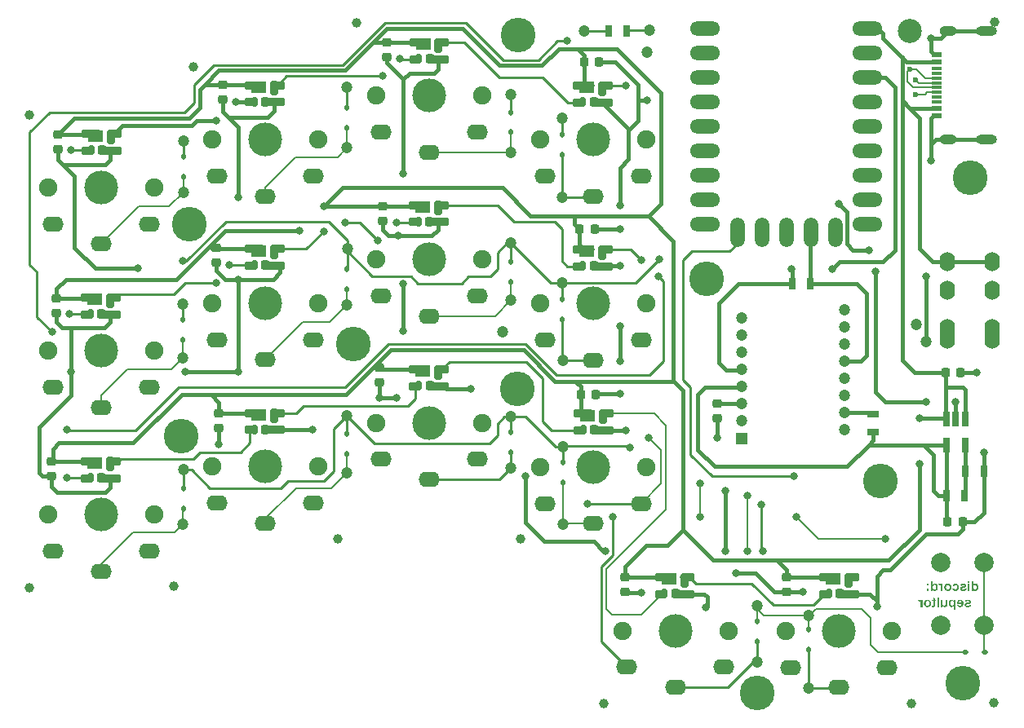
<source format=gbr>
%TF.GenerationSoftware,KiCad,Pcbnew,7.0.2*%
%TF.CreationDate,2024-03-04T12:18:32-06:00*%
%TF.ProjectId,01_capsule5_left,30315f63-6170-4737-956c-65355f6c6566,v1.0.0*%
%TF.SameCoordinates,Original*%
%TF.FileFunction,Copper,L2,Bot*%
%TF.FilePolarity,Positive*%
%FSLAX46Y46*%
G04 Gerber Fmt 4.6, Leading zero omitted, Abs format (unit mm)*
G04 Created by KiCad (PCBNEW 7.0.2) date 2024-03-04 12:18:32*
%MOMM*%
%LPD*%
G01*
G04 APERTURE LIST*
G04 Aperture macros list*
%AMRoundRect*
0 Rectangle with rounded corners*
0 $1 Rounding radius*
0 $2 $3 $4 $5 $6 $7 $8 $9 X,Y pos of 4 corners*
0 Add a 4 corners polygon primitive as box body*
4,1,4,$2,$3,$4,$5,$6,$7,$8,$9,$2,$3,0*
0 Add four circle primitives for the rounded corners*
1,1,$1+$1,$2,$3*
1,1,$1+$1,$4,$5*
1,1,$1+$1,$6,$7*
1,1,$1+$1,$8,$9*
0 Add four rect primitives between the rounded corners*
20,1,$1+$1,$2,$3,$4,$5,0*
20,1,$1+$1,$4,$5,$6,$7,0*
20,1,$1+$1,$6,$7,$8,$9,0*
20,1,$1+$1,$8,$9,$2,$3,0*%
G04 Aperture macros list end*
%ADD10C,0.200000*%
%TA.AperFunction,NonConductor*%
%ADD11C,0.200000*%
%TD*%
%TA.AperFunction,ComponentPad*%
%ADD12C,0.400000*%
%TD*%
%TA.AperFunction,ComponentPad*%
%ADD13C,3.600000*%
%TD*%
%TA.AperFunction,ComponentPad*%
%ADD14R,1.200000X1.200000*%
%TD*%
%TA.AperFunction,ComponentPad*%
%ADD15C,1.200000*%
%TD*%
%TA.AperFunction,ComponentPad*%
%ADD16O,1.600000X2.000000*%
%TD*%
%TA.AperFunction,SMDPad,CuDef*%
%ADD17RoundRect,0.112500X-0.187500X-0.112500X0.187500X-0.112500X0.187500X0.112500X-0.187500X0.112500X0*%
%TD*%
%TA.AperFunction,WasherPad*%
%ADD18C,1.900000*%
%TD*%
%TA.AperFunction,WasherPad*%
%ADD19C,3.500000*%
%TD*%
%TA.AperFunction,ComponentPad*%
%ADD20O,2.200000X1.600000*%
%TD*%
%TA.AperFunction,ComponentPad*%
%ADD21C,1.000000*%
%TD*%
%TA.AperFunction,ComponentPad*%
%ADD22C,2.000000*%
%TD*%
%TA.AperFunction,ComponentPad*%
%ADD23C,2.500000*%
%TD*%
%TA.AperFunction,SMDPad,CuDef*%
%ADD24RoundRect,0.225000X0.250000X-0.225000X0.250000X0.225000X-0.250000X0.225000X-0.250000X-0.225000X0*%
%TD*%
%TA.AperFunction,SMDPad,CuDef*%
%ADD25RoundRect,0.112500X-0.112500X0.187500X-0.112500X-0.187500X0.112500X-0.187500X0.112500X0.187500X0*%
%TD*%
%TA.AperFunction,SMDPad,CuDef*%
%ADD26RoundRect,0.225000X0.225000X0.250000X-0.225000X0.250000X-0.225000X-0.250000X0.225000X-0.250000X0*%
%TD*%
%TA.AperFunction,SMDPad,CuDef*%
%ADD27R,0.700000X1.300000*%
%TD*%
%TA.AperFunction,SMDPad,CuDef*%
%ADD28RoundRect,0.199550X0.125450X0.275450X-0.125450X0.275450X-0.125450X-0.275450X0.125450X-0.275450X0*%
%TD*%
%TA.AperFunction,SMDPad,CuDef*%
%ADD29O,1.300000X0.850000*%
%TD*%
%TA.AperFunction,SMDPad,CuDef*%
%ADD30RoundRect,0.199750X0.300250X0.225250X-0.300250X0.225250X-0.300250X-0.225250X0.300250X-0.225250X0*%
%TD*%
%TA.AperFunction,SMDPad,CuDef*%
%ADD31RoundRect,0.200000X0.575000X0.425000X-0.575000X0.425000X-0.575000X-0.425000X0.575000X-0.425000X0*%
%TD*%
%TA.AperFunction,SMDPad,CuDef*%
%ADD32O,2.200000X0.850000*%
%TD*%
%TA.AperFunction,SMDPad,CuDef*%
%ADD33O,1.500000X0.850000*%
%TD*%
%TA.AperFunction,SMDPad,CuDef*%
%ADD34RoundRect,0.212500X0.212500X0.512500X-0.212500X0.512500X-0.212500X-0.512500X0.212500X-0.512500X0*%
%TD*%
%TA.AperFunction,SMDPad,CuDef*%
%ADD35R,1.600000X0.850000*%
%TD*%
%TA.AperFunction,SMDPad,CuDef*%
%ADD36RoundRect,0.205625X0.231875X0.269375X-0.231875X0.269375X-0.231875X-0.269375X0.231875X-0.269375X0*%
%TD*%
%TA.AperFunction,SMDPad,CuDef*%
%ADD37R,0.650000X1.560000*%
%TD*%
%TA.AperFunction,SMDPad,CuDef*%
%ADD38RoundRect,0.225000X-0.225000X-0.250000X0.225000X-0.250000X0.225000X0.250000X-0.225000X0.250000X0*%
%TD*%
%TA.AperFunction,ComponentPad*%
%ADD39O,3.130000X1.500000*%
%TD*%
%TA.AperFunction,ComponentPad*%
%ADD40O,1.500000X3.090000*%
%TD*%
%TA.AperFunction,SMDPad,CuDef*%
%ADD41R,1.100000X0.600000*%
%TD*%
%TA.AperFunction,SMDPad,CuDef*%
%ADD42R,1.100000X0.300000*%
%TD*%
%TA.AperFunction,ComponentPad*%
%ADD43O,2.200000X1.000000*%
%TD*%
%TA.AperFunction,ComponentPad*%
%ADD44O,1.800000X1.000000*%
%TD*%
%TA.AperFunction,SMDPad,CuDef*%
%ADD45R,1.300000X0.700000*%
%TD*%
%TA.AperFunction,SMDPad,CuDef*%
%ADD46RoundRect,0.225000X-0.250000X0.225000X-0.250000X-0.225000X0.250000X-0.225000X0.250000X0.225000X0*%
%TD*%
%TA.AperFunction,ViaPad*%
%ADD47C,0.800000*%
%TD*%
%TA.AperFunction,ViaPad*%
%ADD48C,0.600000*%
%TD*%
%TA.AperFunction,Conductor*%
%ADD49C,0.400000*%
%TD*%
%TA.AperFunction,Conductor*%
%ADD50C,0.250000*%
%TD*%
%TA.AperFunction,Conductor*%
%ADD51C,0.200000*%
%TD*%
G04 APERTURE END LIST*
D10*
D11*
G36*
X261372854Y-104001290D02*
G01*
X261384157Y-103988987D01*
X261395717Y-103977477D01*
X261407535Y-103966761D01*
X261419611Y-103956838D01*
X261431944Y-103947710D01*
X261444535Y-103939375D01*
X261457384Y-103931834D01*
X261470490Y-103925087D01*
X261483853Y-103919133D01*
X261497475Y-103913974D01*
X261511354Y-103909608D01*
X261525490Y-103906036D01*
X261539884Y-103903258D01*
X261554536Y-103901273D01*
X261569445Y-103900082D01*
X261584612Y-103899685D01*
X261601073Y-103900064D01*
X261617177Y-103901201D01*
X261632924Y-103903094D01*
X261648314Y-103905746D01*
X261663347Y-103909155D01*
X261678024Y-103913321D01*
X261692343Y-103918245D01*
X261706306Y-103923927D01*
X261719912Y-103930366D01*
X261733161Y-103937562D01*
X261746054Y-103945516D01*
X261758589Y-103954228D01*
X261770768Y-103963697D01*
X261782590Y-103973924D01*
X261794055Y-103984908D01*
X261805163Y-103996650D01*
X261815722Y-104009120D01*
X261825600Y-104022288D01*
X261834796Y-104036154D01*
X261843311Y-104050719D01*
X261851145Y-104065982D01*
X261858298Y-104081944D01*
X261864769Y-104098604D01*
X261870560Y-104115963D01*
X261875669Y-104134019D01*
X261880096Y-104152774D01*
X261882055Y-104162414D01*
X261883843Y-104172228D01*
X261885461Y-104182217D01*
X261886909Y-104192380D01*
X261888186Y-104202718D01*
X261889293Y-104213230D01*
X261890229Y-104223917D01*
X261890996Y-104234779D01*
X261891592Y-104245815D01*
X261892018Y-104257026D01*
X261892273Y-104268412D01*
X261892358Y-104279972D01*
X261892271Y-104291281D01*
X261892008Y-104302433D01*
X261891570Y-104313429D01*
X261890958Y-104324267D01*
X261890170Y-104334949D01*
X261889207Y-104345474D01*
X261888069Y-104355841D01*
X261886756Y-104366052D01*
X261885268Y-104376106D01*
X261883605Y-104386003D01*
X261881766Y-104395742D01*
X261879753Y-104405325D01*
X261875201Y-104424020D01*
X261869949Y-104442088D01*
X261863996Y-104459527D01*
X261857344Y-104476339D01*
X261849991Y-104492523D01*
X261841937Y-104508079D01*
X261833184Y-104523008D01*
X261823730Y-104537308D01*
X261813576Y-104550981D01*
X261802721Y-104564026D01*
X261791375Y-104576330D01*
X261779747Y-104587840D01*
X261767836Y-104598556D01*
X261755643Y-104608478D01*
X261743168Y-104617607D01*
X261730410Y-104625942D01*
X261717370Y-104633483D01*
X261704047Y-104640230D01*
X261690442Y-104646183D01*
X261676554Y-104651343D01*
X261662384Y-104655709D01*
X261647932Y-104659281D01*
X261633197Y-104662059D01*
X261618180Y-104664043D01*
X261602881Y-104665234D01*
X261587299Y-104665631D01*
X261579579Y-104665514D01*
X261568012Y-104664898D01*
X261556463Y-104663753D01*
X261544931Y-104662081D01*
X261533417Y-104659881D01*
X261521919Y-104657152D01*
X261510439Y-104653896D01*
X261498976Y-104650111D01*
X261487529Y-104645799D01*
X261476101Y-104640958D01*
X261464689Y-104635589D01*
X261457150Y-104631677D01*
X261446077Y-104625338D01*
X261435288Y-104618431D01*
X261424782Y-104610958D01*
X261414560Y-104602918D01*
X261404621Y-104594311D01*
X261394965Y-104585138D01*
X261385593Y-104575398D01*
X261376504Y-104565091D01*
X261367698Y-104554217D01*
X261359176Y-104542777D01*
X261359176Y-104650000D01*
X261179902Y-104650000D01*
X261179902Y-104288032D01*
X261372365Y-104288032D01*
X261372411Y-104295362D01*
X261372777Y-104309679D01*
X261373510Y-104323536D01*
X261374609Y-104336933D01*
X261376075Y-104349871D01*
X261377906Y-104362348D01*
X261380105Y-104374365D01*
X261382669Y-104385923D01*
X261385600Y-104397021D01*
X261388897Y-104407659D01*
X261392561Y-104417837D01*
X261396591Y-104427555D01*
X261400987Y-104436813D01*
X261405750Y-104445612D01*
X261410879Y-104453950D01*
X261419260Y-104465596D01*
X261425168Y-104472783D01*
X261434321Y-104482694D01*
X261443821Y-104491562D01*
X261453670Y-104499387D01*
X261463866Y-104506168D01*
X261474409Y-104511906D01*
X261485301Y-104516601D01*
X261496540Y-104520252D01*
X261508127Y-104522861D01*
X261520062Y-104524426D01*
X261532344Y-104524947D01*
X261537559Y-104524870D01*
X261547769Y-104524252D01*
X261557688Y-104523015D01*
X261572018Y-104520001D01*
X261585692Y-104515596D01*
X261598709Y-104509800D01*
X261611068Y-104502613D01*
X261622771Y-104494035D01*
X261630208Y-104487544D01*
X261637353Y-104480434D01*
X261644207Y-104472706D01*
X261650768Y-104464360D01*
X261657037Y-104455395D01*
X261663014Y-104445812D01*
X261664998Y-104442327D01*
X261670570Y-104431078D01*
X261675576Y-104418639D01*
X261680016Y-104405012D01*
X261682660Y-104395266D01*
X261685053Y-104384991D01*
X261687194Y-104374188D01*
X261689083Y-104362857D01*
X261690720Y-104350997D01*
X261692106Y-104338608D01*
X261693239Y-104325691D01*
X261694121Y-104312245D01*
X261694750Y-104298271D01*
X261695128Y-104283768D01*
X261695254Y-104268736D01*
X261695073Y-104254731D01*
X261694529Y-104241168D01*
X261693623Y-104228047D01*
X261692354Y-104215369D01*
X261690722Y-104203134D01*
X261688728Y-104191342D01*
X261686372Y-104179992D01*
X261683653Y-104169085D01*
X261680571Y-104158621D01*
X261677127Y-104148599D01*
X261673320Y-104139021D01*
X261669151Y-104129884D01*
X261664619Y-104121191D01*
X261657141Y-104108981D01*
X261648848Y-104097766D01*
X261642960Y-104090816D01*
X261633804Y-104081231D01*
X261624256Y-104072655D01*
X261614318Y-104065088D01*
X261603988Y-104058530D01*
X261593269Y-104052981D01*
X261582158Y-104048441D01*
X261570657Y-104044910D01*
X261558765Y-104042387D01*
X261546483Y-104040874D01*
X261533810Y-104040369D01*
X261525056Y-104040596D01*
X261512301Y-104041789D01*
X261499997Y-104044002D01*
X261488144Y-104047238D01*
X261476742Y-104051496D01*
X261465790Y-104056775D01*
X261455289Y-104063076D01*
X261445239Y-104070399D01*
X261435640Y-104078744D01*
X261426492Y-104088111D01*
X261417794Y-104098499D01*
X261414999Y-104102189D01*
X261407147Y-104114123D01*
X261402356Y-104122799D01*
X261397919Y-104132052D01*
X261393838Y-104141881D01*
X261390111Y-104152286D01*
X261386739Y-104163267D01*
X261383722Y-104174825D01*
X261381061Y-104186959D01*
X261378754Y-104199669D01*
X261376802Y-104212956D01*
X261375204Y-104226818D01*
X261373962Y-104241257D01*
X261373075Y-104256272D01*
X261372543Y-104271864D01*
X261372365Y-104288032D01*
X261179902Y-104288032D01*
X261179902Y-103633949D01*
X261372854Y-103633949D01*
X261372854Y-104001290D01*
G37*
G36*
X260994277Y-103805896D02*
G01*
X260994277Y-103633949D01*
X260801081Y-103633949D01*
X260801081Y-103805896D01*
X260994277Y-103805896D01*
G37*
G36*
X260994277Y-104650000D02*
G01*
X260994277Y-103915317D01*
X260801081Y-103915317D01*
X260801081Y-104650000D01*
X260994277Y-104650000D01*
G37*
G36*
X260673342Y-104446789D02*
G01*
X260479658Y-104415526D01*
X260477101Y-104425374D01*
X260474102Y-104434766D01*
X260469416Y-104446581D01*
X260463943Y-104457588D01*
X260457684Y-104467785D01*
X260450639Y-104477173D01*
X260442808Y-104485752D01*
X260434191Y-104493522D01*
X260429588Y-104497103D01*
X260419650Y-104503629D01*
X260408766Y-104509285D01*
X260396936Y-104514071D01*
X260387442Y-104517089D01*
X260377415Y-104519618D01*
X260366856Y-104521657D01*
X260355765Y-104523207D01*
X260344142Y-104524267D01*
X260331986Y-104524838D01*
X260323586Y-104524947D01*
X260309897Y-104524705D01*
X260296856Y-104523977D01*
X260284463Y-104522764D01*
X260272719Y-104521066D01*
X260261623Y-104518883D01*
X260251175Y-104516215D01*
X260241376Y-104513061D01*
X260232224Y-104509422D01*
X260221031Y-104503816D01*
X260210990Y-104497348D01*
X260202358Y-104489731D01*
X260195512Y-104481170D01*
X260190451Y-104471665D01*
X260187177Y-104461215D01*
X260185688Y-104449821D01*
X260185589Y-104445812D01*
X260186444Y-104435295D01*
X260189009Y-104425724D01*
X260193937Y-104416087D01*
X260199267Y-104409420D01*
X260207289Y-104403530D01*
X260216901Y-104398630D01*
X260226839Y-104394651D01*
X260238530Y-104390768D01*
X260249145Y-104387730D01*
X260260882Y-104384754D01*
X260263991Y-104384019D01*
X260278418Y-104380807D01*
X260292510Y-104377611D01*
X260306269Y-104374433D01*
X260319694Y-104371273D01*
X260332785Y-104368129D01*
X260345542Y-104365002D01*
X260357965Y-104361893D01*
X260370054Y-104358801D01*
X260381809Y-104355726D01*
X260393230Y-104352668D01*
X260404317Y-104349628D01*
X260415071Y-104346604D01*
X260425490Y-104343598D01*
X260435576Y-104340609D01*
X260445327Y-104337637D01*
X260454745Y-104334682D01*
X260472578Y-104328824D01*
X260489076Y-104323035D01*
X260504238Y-104317314D01*
X260518065Y-104311662D01*
X260530555Y-104306079D01*
X260541711Y-104300564D01*
X260551530Y-104295118D01*
X260560013Y-104289741D01*
X260570483Y-104282141D01*
X260580278Y-104274178D01*
X260589397Y-104265853D01*
X260597841Y-104257165D01*
X260605609Y-104248115D01*
X260612701Y-104238702D01*
X260619118Y-104228927D01*
X260624860Y-104218789D01*
X260629926Y-104208288D01*
X260634317Y-104197425D01*
X260638032Y-104186200D01*
X260641072Y-104174611D01*
X260643436Y-104162661D01*
X260645124Y-104150347D01*
X260646138Y-104137672D01*
X260646475Y-104124633D01*
X260646183Y-104112846D01*
X260645308Y-104101296D01*
X260643848Y-104089986D01*
X260641804Y-104078914D01*
X260639177Y-104068080D01*
X260635965Y-104057485D01*
X260632170Y-104047129D01*
X260627791Y-104037011D01*
X260622828Y-104027132D01*
X260617281Y-104017491D01*
X260611150Y-104008088D01*
X260604435Y-103998924D01*
X260597136Y-103989999D01*
X260589254Y-103981312D01*
X260580787Y-103972864D01*
X260571737Y-103964654D01*
X260562043Y-103956787D01*
X260551705Y-103949427D01*
X260540725Y-103942575D01*
X260529101Y-103936230D01*
X260516835Y-103930393D01*
X260503925Y-103925064D01*
X260490373Y-103920242D01*
X260476177Y-103915928D01*
X260461338Y-103912121D01*
X260445857Y-103908822D01*
X260429732Y-103906030D01*
X260412964Y-103903746D01*
X260395553Y-103901970D01*
X260377499Y-103900701D01*
X260358802Y-103899939D01*
X260339462Y-103899685D01*
X260321048Y-103899886D01*
X260303234Y-103900487D01*
X260286022Y-103901489D01*
X260269410Y-103902891D01*
X260253400Y-103904694D01*
X260237991Y-103906898D01*
X260223183Y-103909503D01*
X260208975Y-103912508D01*
X260195369Y-103915914D01*
X260182364Y-103919721D01*
X260169960Y-103923928D01*
X260158158Y-103928537D01*
X260146956Y-103933546D01*
X260136355Y-103938955D01*
X260126356Y-103944765D01*
X260116957Y-103950976D01*
X260108007Y-103957581D01*
X260099413Y-103964570D01*
X260091177Y-103971945D01*
X260083297Y-103979706D01*
X260075774Y-103987851D01*
X260068608Y-103996383D01*
X260061799Y-104005300D01*
X260055347Y-104014602D01*
X260049251Y-104024289D01*
X260043512Y-104034363D01*
X260038130Y-104044821D01*
X260033105Y-104055665D01*
X260028437Y-104066895D01*
X260024126Y-104078509D01*
X260020171Y-104090510D01*
X260016573Y-104102896D01*
X260198778Y-104134159D01*
X260202037Y-104123133D01*
X260205953Y-104112772D01*
X260210525Y-104103075D01*
X260215753Y-104094042D01*
X260221638Y-104085673D01*
X260228179Y-104077967D01*
X260235377Y-104070926D01*
X260243230Y-104064549D01*
X260251787Y-104058882D01*
X260261213Y-104053971D01*
X260271509Y-104049815D01*
X260282676Y-104046414D01*
X260294712Y-104043770D01*
X260307619Y-104041881D01*
X260317870Y-104040960D01*
X260328611Y-104040464D01*
X260336043Y-104040369D01*
X260349951Y-104040556D01*
X260363099Y-104041116D01*
X260375488Y-104042050D01*
X260387116Y-104043358D01*
X260397985Y-104045038D01*
X260408093Y-104047093D01*
X260420390Y-104050413D01*
X260431335Y-104054397D01*
X260440929Y-104059045D01*
X260445219Y-104061618D01*
X260453785Y-104068676D01*
X260460246Y-104076598D01*
X260464604Y-104085386D01*
X260466858Y-104095038D01*
X260467201Y-104100942D01*
X260465995Y-104110818D01*
X260462377Y-104119931D01*
X260456348Y-104128282D01*
X260449093Y-104134962D01*
X260447906Y-104135868D01*
X260439373Y-104140940D01*
X260430348Y-104145070D01*
X260419074Y-104149478D01*
X260405550Y-104154166D01*
X260395284Y-104157446D01*
X260384018Y-104160850D01*
X260371753Y-104164378D01*
X260358487Y-104168030D01*
X260344222Y-104171807D01*
X260328957Y-104175707D01*
X260312692Y-104179731D01*
X260295427Y-104183879D01*
X260277162Y-104188152D01*
X260267655Y-104190334D01*
X260258113Y-104192533D01*
X260239574Y-104197025D01*
X260221759Y-104201643D01*
X260204670Y-104206386D01*
X260188305Y-104211256D01*
X260172666Y-104216251D01*
X260157752Y-104221373D01*
X260143563Y-104226620D01*
X260130099Y-104231994D01*
X260117361Y-104237493D01*
X260105347Y-104243118D01*
X260094058Y-104248869D01*
X260083495Y-104254746D01*
X260073656Y-104260749D01*
X260064543Y-104266878D01*
X260056155Y-104273133D01*
X260052233Y-104276308D01*
X260044927Y-104282910D01*
X260034853Y-104293414D01*
X260025839Y-104304640D01*
X260017886Y-104316587D01*
X260010993Y-104329255D01*
X260005160Y-104342645D01*
X260001861Y-104351972D01*
X259999033Y-104361619D01*
X259996677Y-104371587D01*
X259994791Y-104381876D01*
X259993377Y-104392485D01*
X259992435Y-104403415D01*
X259991964Y-104414666D01*
X259991905Y-104420411D01*
X259992232Y-104432850D01*
X259993214Y-104445072D01*
X259994850Y-104457076D01*
X259997141Y-104468863D01*
X260000086Y-104480432D01*
X260003685Y-104491784D01*
X260007940Y-104502918D01*
X260012848Y-104513834D01*
X260018412Y-104524533D01*
X260024629Y-104535015D01*
X260031502Y-104545278D01*
X260039028Y-104555325D01*
X260047209Y-104565154D01*
X260056045Y-104574765D01*
X260065535Y-104584159D01*
X260075680Y-104593335D01*
X260086466Y-104602090D01*
X260097879Y-104610280D01*
X260109921Y-104617904D01*
X260122590Y-104624965D01*
X260135887Y-104631460D01*
X260149811Y-104637390D01*
X260164364Y-104642756D01*
X260179544Y-104647557D01*
X260195352Y-104651793D01*
X260211788Y-104655464D01*
X260228852Y-104658571D01*
X260246543Y-104661113D01*
X260264862Y-104663089D01*
X260283809Y-104664501D01*
X260303384Y-104665349D01*
X260313407Y-104665560D01*
X260323586Y-104665631D01*
X260341997Y-104665401D01*
X260359921Y-104664711D01*
X260377359Y-104663562D01*
X260394310Y-104661952D01*
X260410774Y-104659883D01*
X260426752Y-104657353D01*
X260442244Y-104654364D01*
X260457248Y-104650915D01*
X260471766Y-104647007D01*
X260485798Y-104642638D01*
X260499343Y-104637809D01*
X260512401Y-104632521D01*
X260524973Y-104626773D01*
X260537058Y-104620564D01*
X260548657Y-104613896D01*
X260559769Y-104606769D01*
X260570374Y-104599246D01*
X260580511Y-104591393D01*
X260590180Y-104583210D01*
X260599382Y-104574696D01*
X260608117Y-104565853D01*
X260616384Y-104556680D01*
X260624183Y-104547176D01*
X260631516Y-104537342D01*
X260638380Y-104527179D01*
X260644777Y-104516685D01*
X260650707Y-104505861D01*
X260656169Y-104494707D01*
X260661163Y-104483223D01*
X260665690Y-104471408D01*
X260669750Y-104459264D01*
X260673342Y-104446789D01*
G37*
G36*
X259190544Y-104118527D02*
G01*
X259380809Y-104149790D01*
X259382812Y-104139816D01*
X259385248Y-104130318D01*
X259389171Y-104118396D01*
X259393865Y-104107321D01*
X259399330Y-104097094D01*
X259405566Y-104087713D01*
X259412573Y-104079180D01*
X259420351Y-104071494D01*
X259424528Y-104067969D01*
X259433333Y-104061500D01*
X259442770Y-104055894D01*
X259452842Y-104051150D01*
X259463546Y-104047269D01*
X259474884Y-104044251D01*
X259486856Y-104042094D01*
X259499461Y-104040801D01*
X259509331Y-104040396D01*
X259512700Y-104040369D01*
X259525954Y-104040837D01*
X259538698Y-104042241D01*
X259550930Y-104044581D01*
X259562652Y-104047857D01*
X259573862Y-104052069D01*
X259584562Y-104057216D01*
X259594751Y-104063300D01*
X259604429Y-104070320D01*
X259613596Y-104078275D01*
X259622252Y-104087167D01*
X259627739Y-104093614D01*
X259635421Y-104104227D01*
X259642347Y-104116097D01*
X259648518Y-104129225D01*
X259652212Y-104138676D01*
X259655571Y-104148687D01*
X259658593Y-104159256D01*
X259661280Y-104170384D01*
X259663631Y-104182071D01*
X259665646Y-104194318D01*
X259667325Y-104207124D01*
X259668668Y-104220488D01*
X259669676Y-104234412D01*
X259670347Y-104248895D01*
X259670683Y-104263937D01*
X259670725Y-104271667D01*
X259670555Y-104288691D01*
X259670046Y-104305079D01*
X259669197Y-104320832D01*
X259668008Y-104335949D01*
X259666480Y-104350431D01*
X259664612Y-104364277D01*
X259662404Y-104377488D01*
X259659856Y-104390064D01*
X259656969Y-104402004D01*
X259653743Y-104413309D01*
X259650176Y-104423979D01*
X259646270Y-104434012D01*
X259642025Y-104443411D01*
X259637440Y-104452174D01*
X259629925Y-104464128D01*
X259627250Y-104467794D01*
X259618791Y-104478008D01*
X259609808Y-104487217D01*
X259600301Y-104495422D01*
X259590270Y-104502622D01*
X259579716Y-104508817D01*
X259568637Y-104514008D01*
X259557035Y-104518194D01*
X259544910Y-104521375D01*
X259532260Y-104523552D01*
X259519087Y-104524724D01*
X259510013Y-104524947D01*
X259499885Y-104524670D01*
X259490110Y-104523839D01*
X259477623Y-104521870D01*
X259465762Y-104518916D01*
X259454526Y-104514978D01*
X259443917Y-104510055D01*
X259433934Y-104504147D01*
X259424576Y-104497255D01*
X259420132Y-104493440D01*
X259411664Y-104484788D01*
X259403844Y-104474709D01*
X259398405Y-104466214D01*
X259393331Y-104456915D01*
X259388622Y-104446814D01*
X259384278Y-104435909D01*
X259380299Y-104424202D01*
X259376685Y-104411692D01*
X259373435Y-104398379D01*
X259370551Y-104384263D01*
X259181018Y-104415526D01*
X259184924Y-104430769D01*
X259189254Y-104445538D01*
X259194007Y-104459834D01*
X259199184Y-104473656D01*
X259204784Y-104487006D01*
X259210808Y-104499882D01*
X259217256Y-104512285D01*
X259224127Y-104524214D01*
X259231422Y-104535671D01*
X259239141Y-104546654D01*
X259247283Y-104557164D01*
X259255848Y-104567201D01*
X259264838Y-104576765D01*
X259274250Y-104585855D01*
X259284087Y-104594472D01*
X259294347Y-104602616D01*
X259305042Y-104610247D01*
X259316184Y-104617385D01*
X259327772Y-104624032D01*
X259339807Y-104630185D01*
X259352288Y-104635847D01*
X259365216Y-104641016D01*
X259378590Y-104645693D01*
X259392411Y-104649877D01*
X259406678Y-104653570D01*
X259421391Y-104656770D01*
X259436552Y-104659477D01*
X259452158Y-104661693D01*
X259468212Y-104663416D01*
X259484711Y-104664646D01*
X259501658Y-104665385D01*
X259519050Y-104665631D01*
X259528986Y-104665532D01*
X259538795Y-104665235D01*
X259558034Y-104664047D01*
X259576767Y-104662068D01*
X259594995Y-104659296D01*
X259612717Y-104655733D01*
X259629933Y-104651377D01*
X259646643Y-104646230D01*
X259662848Y-104640291D01*
X259678548Y-104633560D01*
X259693741Y-104626037D01*
X259708429Y-104617722D01*
X259722612Y-104608616D01*
X259736288Y-104598717D01*
X259749459Y-104588027D01*
X259762125Y-104576544D01*
X259774284Y-104564270D01*
X259785789Y-104551266D01*
X259796552Y-104537655D01*
X259806573Y-104523438D01*
X259815851Y-104508613D01*
X259824387Y-104493182D01*
X259832181Y-104477144D01*
X259839233Y-104460499D01*
X259845542Y-104443248D01*
X259851109Y-104425390D01*
X259855934Y-104406924D01*
X259860016Y-104387853D01*
X259861779Y-104378089D01*
X259863357Y-104368174D01*
X259864748Y-104358107D01*
X259865954Y-104347888D01*
X259866975Y-104337518D01*
X259867810Y-104326996D01*
X259868460Y-104316322D01*
X259868924Y-104305497D01*
X259869202Y-104294520D01*
X259869295Y-104283391D01*
X259869201Y-104272127D01*
X259868922Y-104261021D01*
X259868455Y-104250071D01*
X259867803Y-104239278D01*
X259866963Y-104228643D01*
X259865937Y-104218164D01*
X259864725Y-104207842D01*
X259863326Y-104197677D01*
X259861741Y-104187669D01*
X259859969Y-104177818D01*
X259858010Y-104168124D01*
X259855865Y-104158587D01*
X259851016Y-104139983D01*
X259845420Y-104122008D01*
X259839078Y-104104660D01*
X259831990Y-104087939D01*
X259824157Y-104071847D01*
X259815577Y-104056383D01*
X259806250Y-104041546D01*
X259796178Y-104027337D01*
X259785360Y-104013755D01*
X259773796Y-104000802D01*
X259761595Y-103988557D01*
X259748868Y-103977103D01*
X259735614Y-103966438D01*
X259721833Y-103956564D01*
X259707526Y-103947479D01*
X259692692Y-103939184D01*
X259677331Y-103931679D01*
X259661444Y-103924965D01*
X259645030Y-103919040D01*
X259628090Y-103913905D01*
X259610622Y-103909560D01*
X259592629Y-103906005D01*
X259574108Y-103903240D01*
X259555061Y-103901265D01*
X259535487Y-103900080D01*
X259525503Y-103899784D01*
X259515387Y-103899685D01*
X259498961Y-103899897D01*
X259482960Y-103900533D01*
X259467384Y-103901592D01*
X259452235Y-103903074D01*
X259437511Y-103904981D01*
X259423212Y-103907310D01*
X259409339Y-103910064D01*
X259395891Y-103913241D01*
X259382869Y-103916842D01*
X259370272Y-103920866D01*
X259358101Y-103925314D01*
X259346355Y-103930185D01*
X259335035Y-103935480D01*
X259324141Y-103941199D01*
X259313672Y-103947341D01*
X259303628Y-103953907D01*
X259293970Y-103960876D01*
X259284657Y-103968287D01*
X259275690Y-103976141D01*
X259267068Y-103984438D01*
X259258792Y-103993177D01*
X259250860Y-104002359D01*
X259243275Y-104011984D01*
X259236034Y-104022051D01*
X259229139Y-104032561D01*
X259222589Y-104043514D01*
X259216385Y-104054909D01*
X259210526Y-104066748D01*
X259205012Y-104079028D01*
X259199844Y-104091752D01*
X259195021Y-104104918D01*
X259190544Y-104118527D01*
G37*
G36*
X258730251Y-103899872D02*
G01*
X258743389Y-103900430D01*
X258756370Y-103901360D01*
X258769194Y-103902662D01*
X258781863Y-103904337D01*
X258794374Y-103906383D01*
X258806730Y-103908802D01*
X258818928Y-103911592D01*
X258830971Y-103914755D01*
X258842856Y-103918290D01*
X258854586Y-103922197D01*
X258866159Y-103926476D01*
X258877575Y-103931127D01*
X258888835Y-103936150D01*
X258899939Y-103941545D01*
X258910886Y-103947313D01*
X258921600Y-103953433D01*
X258932005Y-103959888D01*
X258942101Y-103966676D01*
X258951888Y-103973798D01*
X258961366Y-103981254D01*
X258970534Y-103989044D01*
X258979394Y-103997168D01*
X258987944Y-104005626D01*
X258996186Y-104014418D01*
X259004118Y-104023543D01*
X259011741Y-104033003D01*
X259019055Y-104042797D01*
X259026060Y-104052924D01*
X259032755Y-104063385D01*
X259039142Y-104074181D01*
X259045219Y-104085310D01*
X259050957Y-104096631D01*
X259056325Y-104108002D01*
X259061322Y-104119422D01*
X259065949Y-104130892D01*
X259070207Y-104142411D01*
X259074093Y-104153980D01*
X259077610Y-104165599D01*
X259080757Y-104177267D01*
X259083533Y-104188985D01*
X259085939Y-104200753D01*
X259087975Y-104212570D01*
X259089641Y-104224437D01*
X259090937Y-104236353D01*
X259091862Y-104248319D01*
X259092417Y-104260335D01*
X259092602Y-104272400D01*
X259092417Y-104288034D01*
X259091862Y-104303369D01*
X259090937Y-104318405D01*
X259089641Y-104333140D01*
X259087975Y-104347576D01*
X259085939Y-104361713D01*
X259083533Y-104375550D01*
X259080757Y-104389087D01*
X259077610Y-104402325D01*
X259074093Y-104415263D01*
X259070207Y-104427902D01*
X259065949Y-104440241D01*
X259061322Y-104452280D01*
X259056325Y-104464020D01*
X259050957Y-104475460D01*
X259045219Y-104486601D01*
X259039127Y-104497427D01*
X259032694Y-104507923D01*
X259025922Y-104518088D01*
X259018811Y-104527924D01*
X259011359Y-104537429D01*
X259003568Y-104546605D01*
X258995438Y-104555450D01*
X258986967Y-104563965D01*
X258978157Y-104572150D01*
X258969008Y-104580005D01*
X258959519Y-104587530D01*
X258949690Y-104594724D01*
X258939521Y-104601589D01*
X258929013Y-104608123D01*
X258918165Y-104614328D01*
X258906978Y-104620202D01*
X258895554Y-104625703D01*
X258884057Y-104630849D01*
X258872488Y-104635641D01*
X258860846Y-104640077D01*
X258849132Y-104644159D01*
X258837346Y-104647885D01*
X258825487Y-104651257D01*
X258813555Y-104654274D01*
X258801551Y-104656936D01*
X258789474Y-104659243D01*
X258777325Y-104661195D01*
X258765103Y-104662792D01*
X258752809Y-104664034D01*
X258740442Y-104664921D01*
X258728003Y-104665454D01*
X258715491Y-104665631D01*
X258705425Y-104665524D01*
X258695465Y-104665204D01*
X258685614Y-104664669D01*
X258675871Y-104663921D01*
X258656707Y-104661784D01*
X258637975Y-104658792D01*
X258619674Y-104654945D01*
X258601804Y-104650244D01*
X258584366Y-104644687D01*
X258567358Y-104638276D01*
X258550782Y-104631010D01*
X258534637Y-104622889D01*
X258518924Y-104613913D01*
X258503641Y-104604082D01*
X258488790Y-104593396D01*
X258474370Y-104581856D01*
X258460382Y-104569460D01*
X258446824Y-104556210D01*
X258433870Y-104542311D01*
X258421751Y-104527970D01*
X258410468Y-104513185D01*
X258400021Y-104497958D01*
X258390410Y-104482289D01*
X258381634Y-104466176D01*
X258373695Y-104449621D01*
X258366591Y-104432623D01*
X258360322Y-104415183D01*
X258354890Y-104397300D01*
X258350293Y-104378974D01*
X258346532Y-104360205D01*
X258343607Y-104340994D01*
X258342458Y-104331223D01*
X258341518Y-104321340D01*
X258340786Y-104311347D01*
X258340264Y-104301244D01*
X258339950Y-104291029D01*
X258339851Y-104281193D01*
X258538415Y-104281193D01*
X258538616Y-104295841D01*
X258539217Y-104310048D01*
X258540219Y-104323814D01*
X258541621Y-104337140D01*
X258543424Y-104350024D01*
X258545628Y-104362468D01*
X258548233Y-104374472D01*
X258551238Y-104386034D01*
X258554644Y-104397156D01*
X258558451Y-104407837D01*
X258562658Y-104418077D01*
X258567267Y-104427876D01*
X258572275Y-104437234D01*
X258577685Y-104446152D01*
X258583495Y-104454629D01*
X258589706Y-104462665D01*
X258596183Y-104470207D01*
X258606255Y-104480608D01*
X258616756Y-104489914D01*
X258627687Y-104498125D01*
X258639047Y-104505241D01*
X258650837Y-104511262D01*
X258663056Y-104516189D01*
X258675704Y-104520021D01*
X258688781Y-104522758D01*
X258702288Y-104524400D01*
X258716224Y-104524947D01*
X258730165Y-104524400D01*
X258743684Y-104522758D01*
X258756783Y-104520021D01*
X258769462Y-104516189D01*
X258781719Y-104511262D01*
X258793556Y-104505241D01*
X258804972Y-104498125D01*
X258815967Y-104489914D01*
X258826541Y-104480608D01*
X258836695Y-104470207D01*
X258843230Y-104462665D01*
X258849471Y-104454635D01*
X258855309Y-104446175D01*
X258860744Y-104437286D01*
X258865777Y-104427967D01*
X258870407Y-104418220D01*
X258874635Y-104408043D01*
X258878460Y-104397436D01*
X258881882Y-104386400D01*
X258884902Y-104374935D01*
X258887519Y-104363041D01*
X258889733Y-104350717D01*
X258891545Y-104337964D01*
X258892954Y-104324782D01*
X258893960Y-104311170D01*
X258894564Y-104297129D01*
X258894766Y-104282658D01*
X258894564Y-104268189D01*
X258893960Y-104254151D01*
X258892954Y-104240544D01*
X258891545Y-104227368D01*
X258889733Y-104214623D01*
X258887519Y-104202310D01*
X258884902Y-104190428D01*
X258881882Y-104178977D01*
X258878460Y-104167958D01*
X258874635Y-104157369D01*
X258870407Y-104147212D01*
X258865777Y-104137486D01*
X258860744Y-104128192D01*
X258855309Y-104119328D01*
X258849471Y-104110896D01*
X258843230Y-104102896D01*
X258836695Y-104095324D01*
X258826541Y-104084883D01*
X258815967Y-104075540D01*
X258804972Y-104067297D01*
X258793556Y-104060153D01*
X258781719Y-104054108D01*
X258769462Y-104049162D01*
X258756783Y-104045315D01*
X258743684Y-104042568D01*
X258730165Y-104040919D01*
X258716224Y-104040369D01*
X258702288Y-104040919D01*
X258688781Y-104042568D01*
X258675704Y-104045315D01*
X258663056Y-104049162D01*
X258650837Y-104054108D01*
X258639047Y-104060153D01*
X258627687Y-104067297D01*
X258616756Y-104075540D01*
X258606255Y-104084883D01*
X258596183Y-104095324D01*
X258589706Y-104102896D01*
X258583495Y-104110891D01*
X258577685Y-104119306D01*
X258572275Y-104128140D01*
X258567267Y-104137395D01*
X258562658Y-104147069D01*
X258558451Y-104157163D01*
X258554644Y-104167677D01*
X258551238Y-104178611D01*
X258548233Y-104189964D01*
X258545628Y-104201738D01*
X258543424Y-104213931D01*
X258541621Y-104226543D01*
X258540219Y-104239576D01*
X258539217Y-104253029D01*
X258538616Y-104266901D01*
X258538415Y-104281193D01*
X258339851Y-104281193D01*
X258339846Y-104280704D01*
X258339949Y-104270441D01*
X258340259Y-104260289D01*
X258340775Y-104250249D01*
X258341498Y-104240320D01*
X258342428Y-104230503D01*
X258343564Y-104220798D01*
X258346456Y-104201722D01*
X258350174Y-104183093D01*
X258354718Y-104164910D01*
X258360089Y-104147174D01*
X258366285Y-104129884D01*
X258373308Y-104113041D01*
X258381157Y-104096644D01*
X258389833Y-104080694D01*
X258399334Y-104065191D01*
X258409662Y-104050133D01*
X258420816Y-104035523D01*
X258432797Y-104021358D01*
X258445603Y-104007641D01*
X258459057Y-103994568D01*
X258472977Y-103982339D01*
X258487366Y-103970953D01*
X258502222Y-103960410D01*
X258517545Y-103950711D01*
X258533336Y-103941856D01*
X258549594Y-103933843D01*
X258566320Y-103926674D01*
X258583514Y-103920349D01*
X258601174Y-103914867D01*
X258619303Y-103910228D01*
X258637899Y-103906433D01*
X258656962Y-103903481D01*
X258666669Y-103902321D01*
X258676493Y-103901372D01*
X258686433Y-103900634D01*
X258696491Y-103900107D01*
X258706666Y-103899791D01*
X258716957Y-103899685D01*
X258730251Y-103899872D01*
G37*
G36*
X258008408Y-104650000D02*
G01*
X258201360Y-104650000D01*
X258201360Y-103915317D01*
X258022086Y-103915317D01*
X258022086Y-104019120D01*
X258016383Y-104010128D01*
X258010752Y-104001531D01*
X258005193Y-103993329D01*
X257996992Y-103981766D01*
X257988953Y-103971092D01*
X257981078Y-103961307D01*
X257973365Y-103952410D01*
X257965816Y-103944403D01*
X257958430Y-103937284D01*
X257948836Y-103929174D01*
X257939532Y-103922644D01*
X257930155Y-103917263D01*
X257920466Y-103912600D01*
X257910463Y-103908654D01*
X257900148Y-103905425D01*
X257889519Y-103902914D01*
X257878578Y-103901120D01*
X257867324Y-103900044D01*
X257855757Y-103899685D01*
X257843435Y-103900033D01*
X257831199Y-103901077D01*
X257819049Y-103902815D01*
X257806984Y-103905250D01*
X257795006Y-103908379D01*
X257783113Y-103912205D01*
X257771307Y-103916726D01*
X257759586Y-103921942D01*
X257747951Y-103927854D01*
X257736402Y-103934461D01*
X257728750Y-103939253D01*
X257788590Y-104119016D01*
X257797687Y-104113341D01*
X257806659Y-104108225D01*
X257815507Y-104103667D01*
X257827110Y-104098458D01*
X257838492Y-104094241D01*
X257849653Y-104091016D01*
X257860593Y-104088783D01*
X257871311Y-104087543D01*
X257879204Y-104087264D01*
X257889149Y-104087607D01*
X257901044Y-104089003D01*
X257912343Y-104091471D01*
X257923045Y-104095013D01*
X257933151Y-104099629D01*
X257942661Y-104105317D01*
X257948080Y-104109246D01*
X257956566Y-104116980D01*
X257962933Y-104124412D01*
X257968927Y-104132951D01*
X257974546Y-104142597D01*
X257979792Y-104153349D01*
X257984663Y-104165208D01*
X257988071Y-104174829D01*
X257991269Y-104185072D01*
X257992288Y-104188625D01*
X257995169Y-104200446D01*
X257997767Y-104214479D01*
X257999341Y-104225063D01*
X258000789Y-104236629D01*
X258002112Y-104249178D01*
X258003308Y-104262710D01*
X258004378Y-104277224D01*
X258005323Y-104292721D01*
X258006142Y-104309201D01*
X258006834Y-104326663D01*
X258007401Y-104345108D01*
X258007842Y-104364536D01*
X258008015Y-104374618D01*
X258008157Y-104384946D01*
X258008267Y-104395520D01*
X258008345Y-104406340D01*
X258008393Y-104417405D01*
X258008408Y-104428715D01*
X258008408Y-104650000D01*
G37*
G36*
X257172854Y-104001290D02*
G01*
X257184157Y-103988987D01*
X257195717Y-103977477D01*
X257207535Y-103966761D01*
X257219611Y-103956838D01*
X257231944Y-103947710D01*
X257244535Y-103939375D01*
X257257384Y-103931834D01*
X257270490Y-103925087D01*
X257283853Y-103919133D01*
X257297475Y-103913974D01*
X257311354Y-103909608D01*
X257325490Y-103906036D01*
X257339884Y-103903258D01*
X257354536Y-103901273D01*
X257369445Y-103900082D01*
X257384612Y-103899685D01*
X257401073Y-103900064D01*
X257417177Y-103901201D01*
X257432924Y-103903094D01*
X257448314Y-103905746D01*
X257463347Y-103909155D01*
X257478024Y-103913321D01*
X257492343Y-103918245D01*
X257506306Y-103923927D01*
X257519912Y-103930366D01*
X257533161Y-103937562D01*
X257546054Y-103945516D01*
X257558589Y-103954228D01*
X257570768Y-103963697D01*
X257582590Y-103973924D01*
X257594055Y-103984908D01*
X257605163Y-103996650D01*
X257615722Y-104009120D01*
X257625600Y-104022288D01*
X257634796Y-104036154D01*
X257643311Y-104050719D01*
X257651145Y-104065982D01*
X257658298Y-104081944D01*
X257664769Y-104098604D01*
X257670560Y-104115963D01*
X257675669Y-104134019D01*
X257680096Y-104152774D01*
X257682055Y-104162414D01*
X257683843Y-104172228D01*
X257685461Y-104182217D01*
X257686909Y-104192380D01*
X257688186Y-104202718D01*
X257689293Y-104213230D01*
X257690229Y-104223917D01*
X257690996Y-104234779D01*
X257691592Y-104245815D01*
X257692018Y-104257026D01*
X257692273Y-104268412D01*
X257692358Y-104279972D01*
X257692271Y-104291281D01*
X257692008Y-104302433D01*
X257691570Y-104313429D01*
X257690958Y-104324267D01*
X257690170Y-104334949D01*
X257689207Y-104345474D01*
X257688069Y-104355841D01*
X257686756Y-104366052D01*
X257685268Y-104376106D01*
X257683605Y-104386003D01*
X257681766Y-104395742D01*
X257679753Y-104405325D01*
X257675201Y-104424020D01*
X257669949Y-104442088D01*
X257663996Y-104459527D01*
X257657344Y-104476339D01*
X257649991Y-104492523D01*
X257641937Y-104508079D01*
X257633184Y-104523008D01*
X257623730Y-104537308D01*
X257613576Y-104550981D01*
X257602721Y-104564026D01*
X257591375Y-104576330D01*
X257579747Y-104587840D01*
X257567836Y-104598556D01*
X257555643Y-104608478D01*
X257543168Y-104617607D01*
X257530410Y-104625942D01*
X257517370Y-104633483D01*
X257504047Y-104640230D01*
X257490442Y-104646183D01*
X257476554Y-104651343D01*
X257462384Y-104655709D01*
X257447932Y-104659281D01*
X257433197Y-104662059D01*
X257418180Y-104664043D01*
X257402881Y-104665234D01*
X257387299Y-104665631D01*
X257379579Y-104665514D01*
X257368012Y-104664898D01*
X257356463Y-104663753D01*
X257344931Y-104662081D01*
X257333417Y-104659881D01*
X257321919Y-104657152D01*
X257310439Y-104653896D01*
X257298976Y-104650111D01*
X257287529Y-104645799D01*
X257276101Y-104640958D01*
X257264689Y-104635589D01*
X257257150Y-104631677D01*
X257246077Y-104625338D01*
X257235288Y-104618431D01*
X257224782Y-104610958D01*
X257214560Y-104602918D01*
X257204621Y-104594311D01*
X257194965Y-104585138D01*
X257185593Y-104575398D01*
X257176504Y-104565091D01*
X257167698Y-104554217D01*
X257159176Y-104542777D01*
X257159176Y-104650000D01*
X256979902Y-104650000D01*
X256979902Y-104288032D01*
X257172365Y-104288032D01*
X257172411Y-104295362D01*
X257172777Y-104309679D01*
X257173510Y-104323536D01*
X257174609Y-104336933D01*
X257176075Y-104349871D01*
X257177906Y-104362348D01*
X257180105Y-104374365D01*
X257182669Y-104385923D01*
X257185600Y-104397021D01*
X257188897Y-104407659D01*
X257192561Y-104417837D01*
X257196591Y-104427555D01*
X257200987Y-104436813D01*
X257205750Y-104445612D01*
X257210879Y-104453950D01*
X257219260Y-104465596D01*
X257225168Y-104472783D01*
X257234321Y-104482694D01*
X257243821Y-104491562D01*
X257253670Y-104499387D01*
X257263866Y-104506168D01*
X257274409Y-104511906D01*
X257285301Y-104516601D01*
X257296540Y-104520252D01*
X257308127Y-104522861D01*
X257320062Y-104524426D01*
X257332344Y-104524947D01*
X257337559Y-104524870D01*
X257347769Y-104524252D01*
X257357688Y-104523015D01*
X257372018Y-104520001D01*
X257385692Y-104515596D01*
X257398709Y-104509800D01*
X257411068Y-104502613D01*
X257422771Y-104494035D01*
X257430208Y-104487544D01*
X257437353Y-104480434D01*
X257444207Y-104472706D01*
X257450768Y-104464360D01*
X257457037Y-104455395D01*
X257463014Y-104445812D01*
X257464998Y-104442327D01*
X257470570Y-104431078D01*
X257475576Y-104418639D01*
X257480016Y-104405012D01*
X257482660Y-104395266D01*
X257485053Y-104384991D01*
X257487194Y-104374188D01*
X257489083Y-104362857D01*
X257490720Y-104350997D01*
X257492106Y-104338608D01*
X257493239Y-104325691D01*
X257494121Y-104312245D01*
X257494750Y-104298271D01*
X257495128Y-104283768D01*
X257495254Y-104268736D01*
X257495073Y-104254731D01*
X257494529Y-104241168D01*
X257493623Y-104228047D01*
X257492354Y-104215369D01*
X257490722Y-104203134D01*
X257488728Y-104191342D01*
X257486372Y-104179992D01*
X257483653Y-104169085D01*
X257480571Y-104158621D01*
X257477127Y-104148599D01*
X257473320Y-104139021D01*
X257469151Y-104129884D01*
X257464619Y-104121191D01*
X257457141Y-104108981D01*
X257448848Y-104097766D01*
X257442960Y-104090816D01*
X257433804Y-104081231D01*
X257424256Y-104072655D01*
X257414318Y-104065088D01*
X257403988Y-104058530D01*
X257393269Y-104052981D01*
X257382158Y-104048441D01*
X257370657Y-104044910D01*
X257358765Y-104042387D01*
X257346483Y-104040874D01*
X257333810Y-104040369D01*
X257325056Y-104040596D01*
X257312301Y-104041789D01*
X257299997Y-104044002D01*
X257288144Y-104047238D01*
X257276742Y-104051496D01*
X257265790Y-104056775D01*
X257255289Y-104063076D01*
X257245239Y-104070399D01*
X257235640Y-104078744D01*
X257226492Y-104088111D01*
X257217794Y-104098499D01*
X257214999Y-104102189D01*
X257207147Y-104114123D01*
X257202356Y-104122799D01*
X257197919Y-104132052D01*
X257193838Y-104141881D01*
X257190111Y-104152286D01*
X257186739Y-104163267D01*
X257183722Y-104174825D01*
X257181061Y-104186959D01*
X257178754Y-104199669D01*
X257176802Y-104212956D01*
X257175204Y-104226818D01*
X257173962Y-104241257D01*
X257173075Y-104256272D01*
X257172543Y-104271864D01*
X257172365Y-104288032D01*
X256979902Y-104288032D01*
X256979902Y-103633949D01*
X257172854Y-103633949D01*
X257172854Y-104001290D01*
G37*
G36*
X256757152Y-104102896D02*
G01*
X256757152Y-103915317D01*
X256563956Y-103915317D01*
X256563956Y-104102896D01*
X256757152Y-104102896D01*
G37*
G36*
X256757152Y-104650000D02*
G01*
X256757152Y-104462421D01*
X256563956Y-104462421D01*
X256563956Y-104650000D01*
X256757152Y-104650000D01*
G37*
G36*
X261139357Y-106126789D02*
G01*
X260945673Y-106095526D01*
X260943116Y-106105374D01*
X260940117Y-106114766D01*
X260935431Y-106126581D01*
X260929958Y-106137588D01*
X260923700Y-106147785D01*
X260916655Y-106157173D01*
X260908824Y-106165752D01*
X260900207Y-106173522D01*
X260895603Y-106177103D01*
X260885665Y-106183629D01*
X260874781Y-106189285D01*
X260862951Y-106194071D01*
X260853457Y-106197089D01*
X260843431Y-106199618D01*
X260832872Y-106201657D01*
X260821781Y-106203207D01*
X260810157Y-106204267D01*
X260798001Y-106204838D01*
X260789602Y-106204947D01*
X260775912Y-106204705D01*
X260762871Y-106203977D01*
X260750479Y-106202764D01*
X260738734Y-106201066D01*
X260727638Y-106198883D01*
X260717190Y-106196215D01*
X260707391Y-106193061D01*
X260698240Y-106189422D01*
X260687046Y-106183816D01*
X260677006Y-106177348D01*
X260668373Y-106169731D01*
X260661527Y-106161170D01*
X260656466Y-106151665D01*
X260653192Y-106141215D01*
X260651704Y-106129821D01*
X260651605Y-106125812D01*
X260652459Y-106115295D01*
X260655024Y-106105724D01*
X260659953Y-106096087D01*
X260665282Y-106089420D01*
X260673305Y-106083530D01*
X260682916Y-106078630D01*
X260692854Y-106074651D01*
X260704545Y-106070768D01*
X260715160Y-106067730D01*
X260726897Y-106064754D01*
X260730006Y-106064019D01*
X260744433Y-106060807D01*
X260758526Y-106057611D01*
X260772284Y-106054433D01*
X260785709Y-106051273D01*
X260798800Y-106048129D01*
X260811557Y-106045002D01*
X260823980Y-106041893D01*
X260836069Y-106038801D01*
X260847824Y-106035726D01*
X260859245Y-106032668D01*
X260870333Y-106029628D01*
X260881086Y-106026604D01*
X260891505Y-106023598D01*
X260901591Y-106020609D01*
X260911342Y-106017637D01*
X260920760Y-106014682D01*
X260938594Y-106008824D01*
X260955092Y-106003035D01*
X260970254Y-105997314D01*
X260984080Y-105991662D01*
X260996571Y-105986079D01*
X261007726Y-105980564D01*
X261017545Y-105975118D01*
X261026029Y-105969741D01*
X261036499Y-105962141D01*
X261046293Y-105954178D01*
X261055412Y-105945853D01*
X261063856Y-105937165D01*
X261071624Y-105928115D01*
X261078717Y-105918702D01*
X261085134Y-105908927D01*
X261090875Y-105898789D01*
X261095941Y-105888288D01*
X261100332Y-105877425D01*
X261104047Y-105866200D01*
X261107087Y-105854611D01*
X261109451Y-105842661D01*
X261111140Y-105830347D01*
X261112153Y-105817672D01*
X261112491Y-105804633D01*
X261112199Y-105792846D01*
X261111323Y-105781296D01*
X261109863Y-105769986D01*
X261107820Y-105758914D01*
X261105192Y-105748080D01*
X261101981Y-105737485D01*
X261098185Y-105727129D01*
X261093806Y-105717011D01*
X261088843Y-105707132D01*
X261083296Y-105697491D01*
X261077165Y-105688088D01*
X261070450Y-105678924D01*
X261063152Y-105669999D01*
X261055269Y-105661312D01*
X261046803Y-105652864D01*
X261037752Y-105644654D01*
X261028058Y-105636787D01*
X261017721Y-105629427D01*
X261006740Y-105622575D01*
X260995117Y-105616230D01*
X260982850Y-105610393D01*
X260969941Y-105605064D01*
X260956388Y-105600242D01*
X260942192Y-105595928D01*
X260927354Y-105592121D01*
X260911872Y-105588822D01*
X260895747Y-105586030D01*
X260878979Y-105583746D01*
X260861568Y-105581970D01*
X260843515Y-105580701D01*
X260824818Y-105579939D01*
X260805478Y-105579685D01*
X260787063Y-105579886D01*
X260769249Y-105580487D01*
X260752037Y-105581489D01*
X260735426Y-105582891D01*
X260719415Y-105584694D01*
X260704006Y-105586898D01*
X260689198Y-105589503D01*
X260674991Y-105592508D01*
X260661385Y-105595914D01*
X260648380Y-105599721D01*
X260635976Y-105603928D01*
X260624173Y-105608537D01*
X260612971Y-105613546D01*
X260602371Y-105618955D01*
X260592371Y-105624765D01*
X260582972Y-105630976D01*
X260574022Y-105637581D01*
X260565429Y-105644570D01*
X260557192Y-105651945D01*
X260549313Y-105659706D01*
X260541790Y-105667851D01*
X260534624Y-105676383D01*
X260527814Y-105685300D01*
X260521362Y-105694602D01*
X260515266Y-105704289D01*
X260509528Y-105714363D01*
X260504146Y-105724821D01*
X260499121Y-105735665D01*
X260494452Y-105746895D01*
X260490141Y-105758509D01*
X260486186Y-105770510D01*
X260482588Y-105782896D01*
X260664794Y-105814159D01*
X260668053Y-105803133D01*
X260671968Y-105792772D01*
X260676540Y-105783075D01*
X260681769Y-105774042D01*
X260687653Y-105765673D01*
X260694194Y-105757967D01*
X260701392Y-105750926D01*
X260709246Y-105744549D01*
X260717802Y-105738882D01*
X260727228Y-105733971D01*
X260737525Y-105729815D01*
X260748691Y-105726414D01*
X260760728Y-105723770D01*
X260773634Y-105721881D01*
X260783885Y-105720960D01*
X260794626Y-105720464D01*
X260802058Y-105720369D01*
X260815966Y-105720556D01*
X260829115Y-105721116D01*
X260841503Y-105722050D01*
X260853132Y-105723358D01*
X260864000Y-105725038D01*
X260874109Y-105727093D01*
X260886405Y-105730413D01*
X260897350Y-105734397D01*
X260906944Y-105739045D01*
X260911235Y-105741618D01*
X260919800Y-105748676D01*
X260926261Y-105756598D01*
X260930619Y-105765386D01*
X260932873Y-105775038D01*
X260933217Y-105780942D01*
X260932011Y-105790818D01*
X260928393Y-105799931D01*
X260922363Y-105808282D01*
X260915108Y-105814962D01*
X260913921Y-105815868D01*
X260905388Y-105820940D01*
X260896364Y-105825070D01*
X260885089Y-105829478D01*
X260871565Y-105834166D01*
X260861299Y-105837446D01*
X260850034Y-105840850D01*
X260837768Y-105844378D01*
X260824503Y-105848030D01*
X260810237Y-105851807D01*
X260794972Y-105855707D01*
X260778707Y-105859731D01*
X260761442Y-105863879D01*
X260743177Y-105868152D01*
X260733670Y-105870334D01*
X260724128Y-105872533D01*
X260705589Y-105877025D01*
X260687774Y-105881643D01*
X260670685Y-105886386D01*
X260654321Y-105891256D01*
X260638682Y-105896251D01*
X260623768Y-105901373D01*
X260609579Y-105906620D01*
X260596115Y-105911994D01*
X260583376Y-105917493D01*
X260571362Y-105923118D01*
X260560074Y-105928869D01*
X260549510Y-105934746D01*
X260539672Y-105940749D01*
X260530558Y-105946878D01*
X260522170Y-105953133D01*
X260518248Y-105956308D01*
X260510943Y-105962910D01*
X260500868Y-105973414D01*
X260491854Y-105984640D01*
X260483901Y-105996587D01*
X260477008Y-106009255D01*
X260471176Y-106022645D01*
X260467876Y-106031972D01*
X260465049Y-106041619D01*
X260462692Y-106051587D01*
X260460807Y-106061876D01*
X260459393Y-106072485D01*
X260458450Y-106083415D01*
X260457979Y-106094666D01*
X260457920Y-106100411D01*
X260458247Y-106112850D01*
X260459229Y-106125072D01*
X260460865Y-106137076D01*
X260463156Y-106148863D01*
X260466101Y-106160432D01*
X260469701Y-106171784D01*
X260473955Y-106182918D01*
X260478864Y-106193834D01*
X260484427Y-106204533D01*
X260490645Y-106215015D01*
X260497517Y-106225278D01*
X260505044Y-106235325D01*
X260513225Y-106245154D01*
X260522060Y-106254765D01*
X260531551Y-106264159D01*
X260541695Y-106273335D01*
X260552481Y-106282090D01*
X260563895Y-106290280D01*
X260575936Y-106297904D01*
X260588605Y-106304965D01*
X260601902Y-106311460D01*
X260615827Y-106317390D01*
X260630379Y-106322756D01*
X260645560Y-106327557D01*
X260661368Y-106331793D01*
X260677803Y-106335464D01*
X260694867Y-106338571D01*
X260712558Y-106341113D01*
X260730878Y-106343089D01*
X260749824Y-106344501D01*
X260769399Y-106345349D01*
X260779422Y-106345560D01*
X260789602Y-106345631D01*
X260808012Y-106345401D01*
X260825937Y-106344711D01*
X260843374Y-106343562D01*
X260860325Y-106341952D01*
X260876790Y-106339883D01*
X260892768Y-106337353D01*
X260908259Y-106334364D01*
X260923264Y-106330915D01*
X260937782Y-106327007D01*
X260951813Y-106322638D01*
X260965358Y-106317809D01*
X260978417Y-106312521D01*
X260990989Y-106306773D01*
X261003074Y-106300564D01*
X261014672Y-106293896D01*
X261025785Y-106286769D01*
X261036389Y-106279246D01*
X261046526Y-106271393D01*
X261056196Y-106263210D01*
X261065398Y-106254696D01*
X261074132Y-106245853D01*
X261082399Y-106236680D01*
X261090199Y-106227176D01*
X261097531Y-106217342D01*
X261104395Y-106207179D01*
X261110793Y-106196685D01*
X261116722Y-106185861D01*
X261122184Y-106174707D01*
X261127179Y-106163223D01*
X261131706Y-106151408D01*
X261135765Y-106139264D01*
X261139357Y-106126789D01*
G37*
G36*
X260032313Y-105580089D02*
G01*
X260049859Y-105581300D01*
X260067011Y-105583318D01*
X260083770Y-105586143D01*
X260100137Y-105589775D01*
X260116110Y-105594214D01*
X260131690Y-105599461D01*
X260146877Y-105605514D01*
X260161671Y-105612375D01*
X260176071Y-105620043D01*
X260190079Y-105628518D01*
X260203694Y-105637800D01*
X260216915Y-105647889D01*
X260229744Y-105658786D01*
X260242179Y-105670489D01*
X260254221Y-105683000D01*
X260265697Y-105696193D01*
X260276432Y-105710004D01*
X260286427Y-105724434D01*
X260295682Y-105739481D01*
X260304196Y-105755147D01*
X260311970Y-105771431D01*
X260319003Y-105788334D01*
X260325296Y-105805854D01*
X260330849Y-105823993D01*
X260335661Y-105842750D01*
X260337790Y-105852361D01*
X260339733Y-105862126D01*
X260341491Y-105872045D01*
X260343065Y-105882119D01*
X260344453Y-105892348D01*
X260345656Y-105902731D01*
X260346674Y-105913269D01*
X260347507Y-105923961D01*
X260348155Y-105934808D01*
X260348617Y-105945809D01*
X260348895Y-105956965D01*
X260348988Y-105968276D01*
X260348706Y-105987123D01*
X260347862Y-106005561D01*
X260346455Y-106023591D01*
X260344484Y-106041213D01*
X260341951Y-106058426D01*
X260338855Y-106075231D01*
X260335197Y-106091628D01*
X260330975Y-106107616D01*
X260326190Y-106123196D01*
X260320842Y-106138368D01*
X260314932Y-106153131D01*
X260308459Y-106167486D01*
X260301422Y-106181433D01*
X260293823Y-106194971D01*
X260285661Y-106208101D01*
X260276936Y-106220823D01*
X260265130Y-106235936D01*
X260252550Y-106250075D01*
X260239195Y-106263238D01*
X260225065Y-106275426D01*
X260210160Y-106286640D01*
X260194481Y-106296878D01*
X260178027Y-106306141D01*
X260160799Y-106314429D01*
X260142795Y-106321742D01*
X260133503Y-106325033D01*
X260124017Y-106328080D01*
X260114338Y-106330883D01*
X260104464Y-106333443D01*
X260094397Y-106335759D01*
X260084137Y-106337831D01*
X260073683Y-106339659D01*
X260063035Y-106341243D01*
X260052193Y-106342584D01*
X260041158Y-106343681D01*
X260029929Y-106344534D01*
X260018506Y-106345144D01*
X260006890Y-106345509D01*
X259995080Y-106345631D01*
X259980216Y-106345429D01*
X259965668Y-106344822D01*
X259951434Y-106343811D01*
X259937515Y-106342395D01*
X259923911Y-106340574D01*
X259910621Y-106338350D01*
X259897647Y-106335720D01*
X259884987Y-106332686D01*
X259872643Y-106329248D01*
X259860613Y-106325405D01*
X259848898Y-106321157D01*
X259837497Y-106316505D01*
X259826412Y-106311448D01*
X259815641Y-106305987D01*
X259805186Y-106300122D01*
X259795045Y-106293852D01*
X259785199Y-106287164D01*
X259775689Y-106280105D01*
X259766514Y-106272677D01*
X259757676Y-106264878D01*
X259749173Y-106256709D01*
X259741006Y-106248171D01*
X259733175Y-106239261D01*
X259725680Y-106229982D01*
X259718521Y-106220333D01*
X259711697Y-106210313D01*
X259705209Y-106199923D01*
X259699057Y-106189163D01*
X259693241Y-106178033D01*
X259687761Y-106166532D01*
X259682617Y-106154662D01*
X259677808Y-106142421D01*
X259870272Y-106111158D01*
X259873381Y-106120170D01*
X259877942Y-106131446D01*
X259882976Y-106141874D01*
X259888483Y-106151454D01*
X259894463Y-106160188D01*
X259900916Y-106168074D01*
X259907843Y-106175114D01*
X259917166Y-106182721D01*
X259921069Y-106185413D01*
X259931320Y-106191381D01*
X259942274Y-106196265D01*
X259951543Y-106199391D01*
X259961264Y-106201822D01*
X259971434Y-106203558D01*
X259982055Y-106204600D01*
X259993126Y-106204947D01*
X260001375Y-106204754D01*
X260013426Y-106203743D01*
X260025091Y-106201864D01*
X260036370Y-106199117D01*
X260047262Y-106195504D01*
X260057768Y-106191023D01*
X260067887Y-106185675D01*
X260077620Y-106179460D01*
X260086967Y-106172377D01*
X260095927Y-106164427D01*
X260104501Y-106155610D01*
X260107252Y-106152488D01*
X260115007Y-106142658D01*
X260122010Y-106132132D01*
X260128262Y-106120910D01*
X260133762Y-106108994D01*
X260138511Y-106096381D01*
X260142509Y-106083073D01*
X260145756Y-106069070D01*
X260147503Y-106059348D01*
X260148916Y-106049317D01*
X260149995Y-106038977D01*
X260150740Y-106028327D01*
X260151151Y-106017369D01*
X259667550Y-106017369D01*
X259667387Y-106003589D01*
X259667416Y-105990033D01*
X259667637Y-105976702D01*
X259668050Y-105963593D01*
X259668656Y-105950709D01*
X259669453Y-105938048D01*
X259670444Y-105925611D01*
X259671626Y-105913398D01*
X259673000Y-105901408D01*
X259674211Y-105892316D01*
X259859281Y-105892316D01*
X260147732Y-105892316D01*
X260147659Y-105882523D01*
X260146935Y-105868315D01*
X260145472Y-105854688D01*
X260143271Y-105841640D01*
X260140332Y-105829171D01*
X260136654Y-105817282D01*
X260132237Y-105805973D01*
X260127083Y-105795243D01*
X260121189Y-105785093D01*
X260114557Y-105775522D01*
X260107187Y-105766531D01*
X260101943Y-105760941D01*
X260093757Y-105753233D01*
X260085190Y-105746335D01*
X260076241Y-105740250D01*
X260066909Y-105734975D01*
X260057195Y-105730512D01*
X260047100Y-105726861D01*
X260036622Y-105724021D01*
X260025762Y-105721992D01*
X260014520Y-105720775D01*
X260002896Y-105720369D01*
X259995577Y-105720541D01*
X259984860Y-105721443D01*
X259974456Y-105723117D01*
X259964366Y-105725564D01*
X259954590Y-105728784D01*
X259945127Y-105732777D01*
X259935977Y-105737543D01*
X259927140Y-105743081D01*
X259918617Y-105749392D01*
X259910408Y-105756476D01*
X259902512Y-105764333D01*
X259897506Y-105769956D01*
X259890573Y-105778985D01*
X259884331Y-105788727D01*
X259878780Y-105799181D01*
X259873921Y-105810348D01*
X259869753Y-105822228D01*
X259866276Y-105834820D01*
X259863490Y-105848125D01*
X259861396Y-105862143D01*
X259860384Y-105871884D01*
X259859679Y-105881942D01*
X259859281Y-105892316D01*
X259674211Y-105892316D01*
X259674567Y-105889642D01*
X259676326Y-105878100D01*
X259678278Y-105866781D01*
X259680421Y-105855687D01*
X259682757Y-105844816D01*
X259685285Y-105834169D01*
X259688005Y-105823745D01*
X259690918Y-105813545D01*
X259694023Y-105803569D01*
X259697320Y-105793817D01*
X259700809Y-105784288D01*
X259704491Y-105774984D01*
X259708364Y-105765903D01*
X259716689Y-105748411D01*
X259725782Y-105731815D01*
X259735644Y-105716114D01*
X259746275Y-105701308D01*
X259757676Y-105687397D01*
X259763620Y-105680770D01*
X259775910Y-105668147D01*
X259788737Y-105656367D01*
X259802100Y-105645427D01*
X259815998Y-105635329D01*
X259830434Y-105626073D01*
X259845405Y-105617658D01*
X259860912Y-105610084D01*
X259876956Y-105603352D01*
X259893536Y-105597462D01*
X259910652Y-105592413D01*
X259928304Y-105588206D01*
X259946493Y-105584840D01*
X259965217Y-105582315D01*
X259984478Y-105580632D01*
X259994310Y-105580106D01*
X260004275Y-105579791D01*
X260014375Y-105579685D01*
X260032313Y-105580089D01*
G37*
G36*
X259121189Y-105579818D02*
G01*
X259134571Y-105580514D01*
X259147725Y-105581807D01*
X259160651Y-105583697D01*
X259173350Y-105586184D01*
X259185822Y-105589267D01*
X259198066Y-105592947D01*
X259210082Y-105597224D01*
X259221871Y-105602098D01*
X259233432Y-105607568D01*
X259244766Y-105613635D01*
X259252148Y-105617961D01*
X259262857Y-105624757D01*
X259273128Y-105631923D01*
X259282962Y-105639458D01*
X259292357Y-105647362D01*
X259301314Y-105655635D01*
X259309834Y-105664277D01*
X259317915Y-105673289D01*
X259325559Y-105682670D01*
X259332764Y-105692420D01*
X259339532Y-105702540D01*
X259339532Y-105595317D01*
X259519539Y-105595317D01*
X259519539Y-106611367D01*
X259326587Y-106611367D01*
X259326587Y-106239141D01*
X259319829Y-106246304D01*
X259309768Y-106256548D01*
X259299797Y-106266191D01*
X259289916Y-106275233D01*
X259280125Y-106283674D01*
X259270424Y-106291513D01*
X259260813Y-106298752D01*
X259251293Y-106305389D01*
X259241862Y-106311426D01*
X259232522Y-106316861D01*
X259223272Y-106321695D01*
X259217062Y-106324594D01*
X259207586Y-106328591D01*
X259197917Y-106332167D01*
X259188054Y-106335323D01*
X259177999Y-106338058D01*
X259167750Y-106340372D01*
X259157308Y-106342265D01*
X259146672Y-106343738D01*
X259135844Y-106344790D01*
X259124822Y-106345421D01*
X259113607Y-106345631D01*
X259097850Y-106345234D01*
X259082390Y-106344043D01*
X259067228Y-106342059D01*
X259052363Y-106339281D01*
X259037797Y-106335709D01*
X259023528Y-106331343D01*
X259009556Y-106326183D01*
X258995882Y-106320230D01*
X258982506Y-106313483D01*
X258969428Y-106305942D01*
X258956647Y-106297607D01*
X258944164Y-106288478D01*
X258931978Y-106278556D01*
X258920091Y-106267840D01*
X258908501Y-106256330D01*
X258897208Y-106244026D01*
X258886383Y-106230975D01*
X258876257Y-106217285D01*
X258866829Y-106202956D01*
X258858099Y-106187988D01*
X258850067Y-106172380D01*
X258842734Y-106156133D01*
X258836100Y-106139247D01*
X258830163Y-106121721D01*
X258824926Y-106103557D01*
X258820386Y-106084753D01*
X258818378Y-106075111D01*
X258816545Y-106065310D01*
X258814886Y-106055349D01*
X258813402Y-106045228D01*
X258812093Y-106034947D01*
X258810958Y-106024506D01*
X258809998Y-106013906D01*
X258809212Y-106003145D01*
X258808601Y-105992225D01*
X258808164Y-105981145D01*
X258807903Y-105969906D01*
X258807828Y-105960216D01*
X259004431Y-105960216D01*
X259004605Y-105976233D01*
X259005129Y-105991677D01*
X259006002Y-106006549D01*
X259007224Y-106020849D01*
X259008796Y-106034576D01*
X259010716Y-106047731D01*
X259012986Y-106060313D01*
X259015605Y-106072323D01*
X259018573Y-106083761D01*
X259021890Y-106094626D01*
X259025557Y-106104918D01*
X259029573Y-106114638D01*
X259033937Y-106123786D01*
X259041139Y-106136434D01*
X259049127Y-106147794D01*
X259054773Y-106154715D01*
X259063579Y-106164259D01*
X259072788Y-106172799D01*
X259082401Y-106180333D01*
X259092417Y-106186864D01*
X259102837Y-106192389D01*
X259113661Y-106196910D01*
X259124888Y-106200426D01*
X259136518Y-106202938D01*
X259148553Y-106204445D01*
X259160990Y-106204947D01*
X259169670Y-106204704D01*
X259182377Y-106203427D01*
X259194711Y-106201055D01*
X259206672Y-106197588D01*
X259218259Y-106193026D01*
X259229472Y-106187370D01*
X259240312Y-106180618D01*
X259250779Y-106172772D01*
X259260871Y-106163831D01*
X259270591Y-106153796D01*
X259279937Y-106142665D01*
X259285822Y-106134614D01*
X259291328Y-106126030D01*
X259296455Y-106116914D01*
X259301201Y-106107265D01*
X259305568Y-106097084D01*
X259309555Y-106086371D01*
X259313162Y-106075125D01*
X259316390Y-106063347D01*
X259319238Y-106051037D01*
X259321706Y-106038194D01*
X259323795Y-106024819D01*
X259325503Y-106010911D01*
X259326832Y-105996472D01*
X259327782Y-105981499D01*
X259328351Y-105965995D01*
X259328541Y-105949958D01*
X259328359Y-105935949D01*
X259327812Y-105922377D01*
X259326901Y-105909243D01*
X259325625Y-105896545D01*
X259323985Y-105884284D01*
X259321981Y-105872460D01*
X259319612Y-105861073D01*
X259316878Y-105850123D01*
X259313781Y-105839610D01*
X259310318Y-105829534D01*
X259306491Y-105819895D01*
X259302300Y-105810693D01*
X259297744Y-105801928D01*
X259290228Y-105789600D01*
X259281891Y-105778255D01*
X259275965Y-105771245D01*
X259266722Y-105761579D01*
X259257054Y-105752930D01*
X259246961Y-105745299D01*
X259236443Y-105738685D01*
X259225500Y-105733088D01*
X259214132Y-105728510D01*
X259202339Y-105724948D01*
X259190121Y-105722404D01*
X259177478Y-105720878D01*
X259164410Y-105720369D01*
X259156008Y-105720600D01*
X259143728Y-105721812D01*
X259131834Y-105724064D01*
X259120326Y-105727354D01*
X259109205Y-105731683D01*
X259098470Y-105737051D01*
X259088122Y-105743458D01*
X259078160Y-105750904D01*
X259068585Y-105759389D01*
X259059395Y-105768913D01*
X259050593Y-105779476D01*
X259047753Y-105783217D01*
X259039773Y-105795176D01*
X259034905Y-105803765D01*
X259030397Y-105812846D01*
X259026249Y-105822419D01*
X259022463Y-105832484D01*
X259019037Y-105843042D01*
X259015971Y-105854092D01*
X259013266Y-105865635D01*
X259010922Y-105877669D01*
X259008939Y-105890196D01*
X259007316Y-105903216D01*
X259006054Y-105916727D01*
X259005152Y-105930731D01*
X259004611Y-105945227D01*
X259004431Y-105960216D01*
X258807828Y-105960216D01*
X258807815Y-105958506D01*
X258807902Y-105947409D01*
X258808162Y-105936466D01*
X258808595Y-105925677D01*
X258809201Y-105915042D01*
X258809980Y-105904562D01*
X258810932Y-105894235D01*
X258812058Y-105884062D01*
X258813357Y-105874044D01*
X258814828Y-105864179D01*
X258816473Y-105854469D01*
X258820283Y-105835511D01*
X258824785Y-105817169D01*
X258829980Y-105799443D01*
X258835868Y-105782334D01*
X258842448Y-105765841D01*
X258849721Y-105749964D01*
X258857687Y-105734703D01*
X258866345Y-105720059D01*
X258875696Y-105706032D01*
X258885739Y-105692620D01*
X258896475Y-105679825D01*
X258907708Y-105667699D01*
X258919240Y-105656355D01*
X258931071Y-105645793D01*
X258943202Y-105636014D01*
X258955633Y-105627017D01*
X258968363Y-105618802D01*
X258981393Y-105611370D01*
X258994722Y-105604720D01*
X259008351Y-105598853D01*
X259022280Y-105593768D01*
X259036508Y-105589465D01*
X259051035Y-105585944D01*
X259065863Y-105583206D01*
X259080989Y-105581250D01*
X259096416Y-105580077D01*
X259112142Y-105579685D01*
X259121189Y-105579818D01*
G37*
G36*
X258179134Y-106330000D02*
G01*
X258179134Y-106220823D01*
X258186820Y-106231547D01*
X258194948Y-106241829D01*
X258203518Y-106251668D01*
X258212531Y-106261066D01*
X258221985Y-106270021D01*
X258231882Y-106278534D01*
X258242221Y-106286605D01*
X258253002Y-106294233D01*
X258264226Y-106301420D01*
X258275892Y-106308164D01*
X258283914Y-106312414D01*
X258296117Y-106318350D01*
X258308452Y-106323703D01*
X258320921Y-106328471D01*
X258333522Y-106332656D01*
X258346257Y-106336256D01*
X258359125Y-106339273D01*
X258372126Y-106341706D01*
X258385260Y-106343555D01*
X258398527Y-106344820D01*
X258411927Y-106345501D01*
X258420935Y-106345631D01*
X258434542Y-106345346D01*
X258447888Y-106344489D01*
X258460972Y-106343061D01*
X258473794Y-106341063D01*
X258486354Y-106338493D01*
X258498652Y-106335353D01*
X258510689Y-106331641D01*
X258522463Y-106327359D01*
X258533976Y-106322505D01*
X258545227Y-106317080D01*
X258552581Y-106313147D01*
X258563243Y-106306826D01*
X258573338Y-106300046D01*
X258582867Y-106292807D01*
X258591828Y-106285108D01*
X258600223Y-106276950D01*
X258608051Y-106268333D01*
X258615313Y-106259256D01*
X258622008Y-106249720D01*
X258628136Y-106239724D01*
X258633697Y-106229269D01*
X258637090Y-106222044D01*
X258641760Y-106210615D01*
X258645971Y-106198399D01*
X258649723Y-106185398D01*
X258653015Y-106171612D01*
X258654955Y-106161984D01*
X258656690Y-106152008D01*
X258658221Y-106141682D01*
X258659548Y-106131006D01*
X258660671Y-106119982D01*
X258661590Y-106108609D01*
X258662305Y-106096886D01*
X258662815Y-106084814D01*
X258663121Y-106072393D01*
X258663224Y-106059623D01*
X258663224Y-105595317D01*
X258470272Y-105595317D01*
X258470272Y-105936524D01*
X258470231Y-105955621D01*
X258470108Y-105973771D01*
X258469902Y-105990975D01*
X258469615Y-106007233D01*
X258469246Y-106022544D01*
X258468795Y-106036908D01*
X258468261Y-106050326D01*
X258467646Y-106062798D01*
X258466949Y-106074323D01*
X258466169Y-106084902D01*
X258464846Y-106098995D01*
X258463338Y-106110959D01*
X258461646Y-106120794D01*
X258459769Y-106128499D01*
X258455988Y-106139138D01*
X258451359Y-106149074D01*
X258445884Y-106158306D01*
X258439562Y-106166834D01*
X258432393Y-106174658D01*
X258424378Y-106181779D01*
X258420935Y-106184431D01*
X258411717Y-106190341D01*
X258401772Y-106195250D01*
X258391100Y-106199157D01*
X258379700Y-106202062D01*
X258370056Y-106203665D01*
X258359946Y-106204627D01*
X258349371Y-106204947D01*
X258337197Y-106204516D01*
X258325344Y-106203222D01*
X258313811Y-106201066D01*
X258302599Y-106198047D01*
X258291707Y-106194166D01*
X258281136Y-106189422D01*
X258270886Y-106183816D01*
X258260956Y-106177348D01*
X258251514Y-106170242D01*
X258242851Y-106162724D01*
X258234967Y-106154793D01*
X258227861Y-106146451D01*
X258221533Y-106137696D01*
X258215984Y-106128530D01*
X258211214Y-106118951D01*
X258207222Y-106108960D01*
X258203845Y-106096851D01*
X258201607Y-106085339D01*
X258199623Y-106071746D01*
X258198441Y-106061527D01*
X258197371Y-106050382D01*
X258196414Y-106038312D01*
X258195570Y-106025317D01*
X258194838Y-106011396D01*
X258194219Y-105996550D01*
X258193712Y-105980778D01*
X258193318Y-105964081D01*
X258193037Y-105946458D01*
X258192868Y-105927910D01*
X258192812Y-105908436D01*
X258192812Y-105595317D01*
X257999860Y-105595317D01*
X257999860Y-106330000D01*
X258179134Y-106330000D01*
G37*
G36*
X257804466Y-106330000D02*
G01*
X257804466Y-105313949D01*
X257611270Y-105313949D01*
X257611270Y-106330000D01*
X257804466Y-106330000D01*
G37*
G36*
X257081018Y-105595317D02*
G01*
X257081018Y-105736001D01*
X257212909Y-105736001D01*
X257212909Y-106054982D01*
X257212895Y-106066787D01*
X257212852Y-106077960D01*
X257212781Y-106088502D01*
X257212681Y-106098411D01*
X257212477Y-106112092D01*
X257212208Y-106124352D01*
X257211876Y-106135190D01*
X257211332Y-106147431D01*
X257210491Y-106159179D01*
X257209246Y-106168066D01*
X257205873Y-106177593D01*
X257200640Y-106186022D01*
X257193547Y-106193354D01*
X257191905Y-106194689D01*
X257182960Y-106200099D01*
X257172919Y-106203505D01*
X257162943Y-106204857D01*
X257159420Y-106204947D01*
X257148504Y-106204295D01*
X257138121Y-106202754D01*
X257126570Y-106200307D01*
X257116487Y-106197696D01*
X257105656Y-106194506D01*
X257094078Y-106190735D01*
X257081751Y-106186385D01*
X257065143Y-106320230D01*
X257077937Y-106324769D01*
X257091040Y-106328862D01*
X257104452Y-106332509D01*
X257118174Y-106335709D01*
X257132204Y-106338462D01*
X257146544Y-106340769D01*
X257156276Y-106342059D01*
X257166145Y-106343150D01*
X257176151Y-106344043D01*
X257186295Y-106344738D01*
X257196576Y-106345234D01*
X257206994Y-106345532D01*
X257217550Y-106345631D01*
X257230457Y-106345349D01*
X257243043Y-106344501D01*
X257255309Y-106343089D01*
X257267254Y-106341113D01*
X257278878Y-106338571D01*
X257290182Y-106335464D01*
X257301165Y-106331793D01*
X257311828Y-106327557D01*
X257321926Y-106322874D01*
X257331337Y-106317864D01*
X257340061Y-106312525D01*
X257348098Y-106306857D01*
X257357178Y-106299312D01*
X257365185Y-106291254D01*
X257372119Y-106282682D01*
X257373377Y-106280907D01*
X257379191Y-106271482D01*
X257384420Y-106261067D01*
X257388183Y-106252022D01*
X257391572Y-106242344D01*
X257394587Y-106232032D01*
X257397228Y-106221087D01*
X257399495Y-106209509D01*
X257400488Y-106203482D01*
X257401919Y-106193708D01*
X257403159Y-106181729D01*
X257403964Y-106171297D01*
X257404662Y-106159624D01*
X257405252Y-106146710D01*
X257405735Y-106132556D01*
X257405998Y-106122430D01*
X257406212Y-106111753D01*
X257406379Y-106100525D01*
X257406499Y-106088745D01*
X257406570Y-106076413D01*
X257406594Y-106063531D01*
X257406594Y-105736001D01*
X257495254Y-105736001D01*
X257495254Y-105595317D01*
X257406594Y-105595317D01*
X257406594Y-105454633D01*
X257212909Y-105345212D01*
X257212909Y-105595317D01*
X257081018Y-105595317D01*
G37*
G36*
X256631716Y-105579872D02*
G01*
X256644854Y-105580430D01*
X256657835Y-105581360D01*
X256670660Y-105582662D01*
X256683328Y-105584337D01*
X256695840Y-105586383D01*
X256708195Y-105588802D01*
X256720394Y-105591592D01*
X256732436Y-105594755D01*
X256744322Y-105598290D01*
X256756051Y-105602197D01*
X256767624Y-105606476D01*
X256779041Y-105611127D01*
X256790301Y-105616150D01*
X256801404Y-105621545D01*
X256812351Y-105627313D01*
X256823065Y-105633433D01*
X256833471Y-105639888D01*
X256843567Y-105646676D01*
X256853353Y-105653798D01*
X256862831Y-105661254D01*
X256872000Y-105669044D01*
X256880859Y-105677168D01*
X256889410Y-105685626D01*
X256897651Y-105694418D01*
X256905583Y-105703543D01*
X256913206Y-105713003D01*
X256920520Y-105722797D01*
X256927525Y-105732924D01*
X256934221Y-105743385D01*
X256940607Y-105754181D01*
X256946685Y-105765310D01*
X256952423Y-105776631D01*
X256957790Y-105788002D01*
X256962788Y-105799422D01*
X256967415Y-105810892D01*
X256971672Y-105822411D01*
X256975559Y-105833980D01*
X256979076Y-105845599D01*
X256982222Y-105857267D01*
X256984998Y-105868985D01*
X256987405Y-105880753D01*
X256989441Y-105892570D01*
X256991106Y-105904437D01*
X256992402Y-105916353D01*
X256993328Y-105928319D01*
X256993883Y-105940335D01*
X256994068Y-105952400D01*
X256993883Y-105968034D01*
X256993328Y-105983369D01*
X256992402Y-105998405D01*
X256991106Y-106013140D01*
X256989441Y-106027576D01*
X256987405Y-106041713D01*
X256984998Y-106055550D01*
X256982222Y-106069087D01*
X256979076Y-106082325D01*
X256975559Y-106095263D01*
X256971672Y-106107902D01*
X256967415Y-106120241D01*
X256962788Y-106132280D01*
X256957790Y-106144020D01*
X256952423Y-106155460D01*
X256946685Y-106166601D01*
X256940592Y-106177427D01*
X256934160Y-106187923D01*
X256927388Y-106198088D01*
X256920276Y-106207924D01*
X256912825Y-106217429D01*
X256905034Y-106226605D01*
X256896903Y-106235450D01*
X256888433Y-106243965D01*
X256879623Y-106252150D01*
X256870473Y-106260005D01*
X256860984Y-106267530D01*
X256851155Y-106274724D01*
X256840987Y-106281589D01*
X256830479Y-106288123D01*
X256819631Y-106294328D01*
X256808443Y-106300202D01*
X256797019Y-106305703D01*
X256785523Y-106310849D01*
X256773954Y-106315641D01*
X256762312Y-106320077D01*
X256750598Y-106324159D01*
X256738811Y-106327885D01*
X256726952Y-106331257D01*
X256715020Y-106334274D01*
X256703016Y-106336936D01*
X256690940Y-106339243D01*
X256678790Y-106341195D01*
X256666569Y-106342792D01*
X256654275Y-106344034D01*
X256641908Y-106344921D01*
X256629469Y-106345454D01*
X256616957Y-106345631D01*
X256606890Y-106345524D01*
X256596931Y-106345204D01*
X256587080Y-106344669D01*
X256577336Y-106343921D01*
X256558173Y-106341784D01*
X256539440Y-106338792D01*
X256521139Y-106334945D01*
X256503270Y-106330244D01*
X256485831Y-106324687D01*
X256468824Y-106318276D01*
X256452248Y-106311010D01*
X256436103Y-106302889D01*
X256420389Y-106293913D01*
X256405107Y-106284082D01*
X256390256Y-106273396D01*
X256375836Y-106261856D01*
X256361847Y-106249460D01*
X256348290Y-106236210D01*
X256335335Y-106222311D01*
X256323217Y-106207970D01*
X256311934Y-106193185D01*
X256301487Y-106177958D01*
X256291875Y-106162289D01*
X256283100Y-106146176D01*
X256275160Y-106129621D01*
X256268056Y-106112623D01*
X256261788Y-106095183D01*
X256256355Y-106077300D01*
X256251759Y-106058974D01*
X256247998Y-106040205D01*
X256245072Y-106020994D01*
X256243923Y-106011223D01*
X256242983Y-106001340D01*
X256242252Y-105991347D01*
X256241729Y-105981244D01*
X256241416Y-105971029D01*
X256241316Y-105961193D01*
X256439881Y-105961193D01*
X256440081Y-105975841D01*
X256440682Y-105990048D01*
X256441684Y-106003814D01*
X256443087Y-106017140D01*
X256444890Y-106030024D01*
X256447094Y-106042468D01*
X256449698Y-106054472D01*
X256452704Y-106066034D01*
X256456110Y-106077156D01*
X256459916Y-106087837D01*
X256464124Y-106098077D01*
X256468732Y-106107876D01*
X256473741Y-106117234D01*
X256479151Y-106126152D01*
X256484961Y-106134629D01*
X256491172Y-106142665D01*
X256497648Y-106150207D01*
X256507720Y-106160608D01*
X256518222Y-106169914D01*
X256529153Y-106178125D01*
X256540513Y-106185241D01*
X256552302Y-106191262D01*
X256564521Y-106196189D01*
X256577169Y-106200021D01*
X256590247Y-106202758D01*
X256603754Y-106204400D01*
X256617690Y-106204947D01*
X256631630Y-106204400D01*
X256645150Y-106202758D01*
X256658249Y-106200021D01*
X256670927Y-106196189D01*
X256683184Y-106191262D01*
X256695021Y-106185241D01*
X256706437Y-106178125D01*
X256717432Y-106169914D01*
X256728007Y-106160608D01*
X256738161Y-106150207D01*
X256744696Y-106142665D01*
X256750937Y-106134635D01*
X256756775Y-106126175D01*
X256762210Y-106117286D01*
X256767243Y-106107967D01*
X256771873Y-106098220D01*
X256776100Y-106088043D01*
X256779925Y-106077436D01*
X256783347Y-106066400D01*
X256786367Y-106054935D01*
X256788984Y-106043041D01*
X256791198Y-106030717D01*
X256793010Y-106017964D01*
X256794419Y-106004782D01*
X256795426Y-105991170D01*
X256796030Y-105977129D01*
X256796231Y-105962658D01*
X256796030Y-105948189D01*
X256795426Y-105934151D01*
X256794419Y-105920544D01*
X256793010Y-105907368D01*
X256791198Y-105894623D01*
X256788984Y-105882310D01*
X256786367Y-105870428D01*
X256783347Y-105858977D01*
X256779925Y-105847958D01*
X256776100Y-105837369D01*
X256771873Y-105827212D01*
X256767243Y-105817486D01*
X256762210Y-105808192D01*
X256756775Y-105799328D01*
X256750937Y-105790896D01*
X256744696Y-105782896D01*
X256738161Y-105775324D01*
X256728007Y-105764883D01*
X256717432Y-105755540D01*
X256706437Y-105747297D01*
X256695021Y-105740153D01*
X256683184Y-105734108D01*
X256670927Y-105729162D01*
X256658249Y-105725315D01*
X256645150Y-105722568D01*
X256631630Y-105720919D01*
X256617690Y-105720369D01*
X256603754Y-105720919D01*
X256590247Y-105722568D01*
X256577169Y-105725315D01*
X256564521Y-105729162D01*
X256552302Y-105734108D01*
X256540513Y-105740153D01*
X256529153Y-105747297D01*
X256518222Y-105755540D01*
X256507720Y-105764883D01*
X256497648Y-105775324D01*
X256491172Y-105782896D01*
X256484961Y-105790891D01*
X256479151Y-105799306D01*
X256473741Y-105808140D01*
X256468732Y-105817395D01*
X256464124Y-105827069D01*
X256459916Y-105837163D01*
X256456110Y-105847677D01*
X256452704Y-105858611D01*
X256449698Y-105869964D01*
X256447094Y-105881738D01*
X256444890Y-105893931D01*
X256443087Y-105906543D01*
X256441684Y-105919576D01*
X256440682Y-105933029D01*
X256440081Y-105946901D01*
X256439881Y-105961193D01*
X256241316Y-105961193D01*
X256241311Y-105960704D01*
X256241415Y-105950441D01*
X256241725Y-105940289D01*
X256242241Y-105930249D01*
X256242964Y-105920320D01*
X256243893Y-105910503D01*
X256245029Y-105900798D01*
X256247921Y-105881722D01*
X256251639Y-105863093D01*
X256256184Y-105844910D01*
X256261554Y-105827174D01*
X256267751Y-105809884D01*
X256274774Y-105793041D01*
X256282623Y-105776644D01*
X256291298Y-105760694D01*
X256300800Y-105745191D01*
X256311128Y-105730133D01*
X256322282Y-105715523D01*
X256334262Y-105701358D01*
X256347069Y-105687641D01*
X256360522Y-105674568D01*
X256374443Y-105662339D01*
X256388831Y-105650953D01*
X256403687Y-105640410D01*
X256419011Y-105630711D01*
X256434801Y-105621856D01*
X256451060Y-105613843D01*
X256467786Y-105606674D01*
X256484979Y-105600349D01*
X256502640Y-105594867D01*
X256520768Y-105590228D01*
X256539364Y-105586433D01*
X256558427Y-105583481D01*
X256568134Y-105582321D01*
X256577958Y-105581372D01*
X256587899Y-105580634D01*
X256597957Y-105580107D01*
X256608131Y-105579791D01*
X256618422Y-105579685D01*
X256631716Y-105579872D01*
G37*
G36*
X255909874Y-106330000D02*
G01*
X256102826Y-106330000D01*
X256102826Y-105595317D01*
X255923551Y-105595317D01*
X255923551Y-105699120D01*
X255917848Y-105690128D01*
X255912217Y-105681531D01*
X255906659Y-105673329D01*
X255898457Y-105661766D01*
X255890418Y-105651092D01*
X255882543Y-105641307D01*
X255874831Y-105632410D01*
X255867282Y-105624403D01*
X255859896Y-105617284D01*
X255850302Y-105609174D01*
X255840997Y-105602644D01*
X255831621Y-105597263D01*
X255821931Y-105592600D01*
X255811929Y-105588654D01*
X255801613Y-105585425D01*
X255790985Y-105582914D01*
X255780044Y-105581120D01*
X255768789Y-105580044D01*
X255757222Y-105579685D01*
X255744900Y-105580033D01*
X255732664Y-105581077D01*
X255720514Y-105582815D01*
X255708450Y-105585250D01*
X255696471Y-105588379D01*
X255684579Y-105592205D01*
X255672772Y-105596726D01*
X255661051Y-105601942D01*
X255649417Y-105607854D01*
X255637867Y-105614461D01*
X255630216Y-105619253D01*
X255690055Y-105799016D01*
X255699152Y-105793341D01*
X255708125Y-105788225D01*
X255716972Y-105783667D01*
X255728576Y-105778458D01*
X255739958Y-105774241D01*
X255751119Y-105771016D01*
X255762058Y-105768783D01*
X255772776Y-105767543D01*
X255780669Y-105767264D01*
X255790615Y-105767607D01*
X255802510Y-105769003D01*
X255813808Y-105771471D01*
X255824511Y-105775013D01*
X255834617Y-105779629D01*
X255844126Y-105785317D01*
X255849546Y-105789246D01*
X255858031Y-105796980D01*
X255864399Y-105804412D01*
X255870392Y-105812951D01*
X255876012Y-105822597D01*
X255881257Y-105833349D01*
X255886129Y-105845208D01*
X255889537Y-105854829D01*
X255892735Y-105865072D01*
X255893754Y-105868625D01*
X255896635Y-105880446D01*
X255899232Y-105894479D01*
X255900806Y-105905063D01*
X255902255Y-105916629D01*
X255903577Y-105929178D01*
X255904773Y-105942710D01*
X255905844Y-105957224D01*
X255906788Y-105972721D01*
X255907607Y-105989201D01*
X255908300Y-106006663D01*
X255908866Y-106025108D01*
X255909307Y-106044536D01*
X255909480Y-106054618D01*
X255909622Y-106064946D01*
X255909732Y-106075520D01*
X255909811Y-106086340D01*
X255909858Y-106097405D01*
X255909874Y-106108715D01*
X255909874Y-106330000D01*
G37*
D12*
%TO.P,U3,*%
%TO.N,*%
X232220000Y-72220000D03*
X232670000Y-71170000D03*
X232670000Y-73270000D03*
X233720000Y-70720000D03*
D13*
X233720000Y-72220000D03*
D12*
X233720000Y-73720000D03*
X234770000Y-71170000D03*
X234770000Y-73270000D03*
X235220000Y-72220000D03*
X250210000Y-93210000D03*
X250660000Y-92160000D03*
X250660000Y-94260000D03*
X251710000Y-91710000D03*
D13*
X251710000Y-93210000D03*
D12*
X251710000Y-94710000D03*
X252760000Y-92160000D03*
X252760000Y-94260000D03*
X253210000Y-93210000D03*
D14*
%TO.P,U3,1,NC*%
%TO.N,unconnected-(U3-NC-Pad1)*%
X237290193Y-88804272D03*
D15*
%TO.P,U3,2,NC*%
%TO.N,unconnected-(U3-NC-Pad2)*%
X237290193Y-87024272D03*
%TO.P,U3,3,VDDPIX*%
%TO.N,Net-(U3-VDDPIX)*%
X237290193Y-85244272D03*
%TO.P,U3,4,VDD*%
%TO.N,2V*%
X237290193Y-83464272D03*
%TO.P,U3,5,VDDIO*%
%TO.N,3V3*%
X237290193Y-81684272D03*
%TO.P,U3,6,NC*%
%TO.N,unconnected-(U3-NC-Pad6)*%
X237290193Y-79904272D03*
%TO.P,U3,7,NRESET*%
%TO.N,unconnected-(U3-NRESET-Pad7)*%
X237290193Y-78124272D03*
%TO.P,U3,8,GND*%
%TO.N,GND*%
X237290193Y-76344272D03*
%TO.P,U3,9,MOTION*%
%TO.N,unconnected-(U3-MOTION-Pad9)*%
X247990193Y-75454272D03*
%TO.P,U3,10,SCLK*%
%TO.N,SCK*%
X247990193Y-77234272D03*
%TO.P,U3,11,MOSI*%
%TO.N,MOSI*%
X247990193Y-79014272D03*
%TO.P,U3,12,MISO*%
%TO.N,MISO*%
X247990193Y-80794272D03*
%TO.P,U3,13,NCS*%
%TO.N,NCS*%
X247990193Y-82574272D03*
%TO.P,U3,14,NC*%
%TO.N,unconnected-(U3-NC-Pad14)*%
X247990193Y-84354272D03*
%TO.P,U3,15,LED_P*%
%TO.N,Net-(U3-LED_P)*%
X247990193Y-86134272D03*
%TO.P,U3,16,NC*%
%TO.N,unconnected-(U3-NC-Pad16)*%
X247990193Y-87914272D03*
%TD*%
D16*
%TO.P,U2,1,SLEEVE*%
%TO.N,GND*%
X258700000Y-78550000D03*
X263300000Y-78550000D03*
%TO.P,U2,2,TIP*%
%TO.N,TX*%
X258700000Y-77450000D03*
X263300000Y-77450000D03*
%TO.P,U2,3,RING1*%
%TO.N,RX*%
X258700000Y-73450000D03*
X263300000Y-73450000D03*
%TO.P,U2,4,RING2*%
%TO.N,5V*%
X258700000Y-70450000D03*
X263300000Y-70450000D03*
%TD*%
D17*
%TO.P,D15,2*%
%TO.N,Net-(D15-Pad2)*%
X262600000Y-111000000D03*
%TO.P,D15,1*%
%TO.N,ROW3*%
X260500000Y-111000000D03*
%TD*%
D12*
%TO.P,REF\u002A\u002A,*%
%TO.N,*%
X259500000Y-61750000D03*
X259950000Y-60700000D03*
X259950000Y-62800000D03*
X261000000Y-60250000D03*
D13*
X261000000Y-61750000D03*
D12*
X261000000Y-63250000D03*
X262050000Y-60700000D03*
X262050000Y-62800000D03*
X262500000Y-61750000D03*
%TD*%
%TO.P,REF\u002A\u002A,*%
%TO.N,*%
X177700000Y-88600000D03*
X178150000Y-87550000D03*
X178150000Y-89650000D03*
X179200000Y-87100000D03*
D13*
X179200000Y-88600000D03*
D12*
X179200000Y-90100000D03*
X180250000Y-87550000D03*
X180250000Y-89650000D03*
X180700000Y-88600000D03*
%TD*%
D18*
%TO.P,SW14,*%
%TO.N,*%
X241935810Y-108802659D03*
D19*
X247435810Y-108802659D03*
D18*
X252935810Y-108802659D03*
D20*
%TO.P,SW14,1*%
%TO.N,Net-(D14-Pad2)*%
X247435810Y-114702659D03*
%TO.P,SW14,2*%
%TO.N,COL3*%
X242435810Y-112602659D03*
X252435810Y-112602659D03*
%TD*%
D21*
%TO.P,REF\u002A\u002A,*%
%TO.N,*%
X214400000Y-99300000D03*
%TD*%
D12*
%TO.P,REF\u002A\u002A,*%
%TO.N,*%
X237400000Y-115300000D03*
X237850000Y-114250000D03*
X237850000Y-116350000D03*
X238900000Y-113800000D03*
D13*
X238900000Y-115300000D03*
D12*
X238900000Y-116800000D03*
X239950000Y-114250000D03*
X239950000Y-116350000D03*
X240400000Y-115300000D03*
%TD*%
D15*
%TO.P,,*%
%TO.N,LED*%
X227758564Y-46435769D03*
%TD*%
D18*
%TO.P,SW05,*%
%TO.N,*%
X165386692Y-79740283D03*
D19*
X170886692Y-79740283D03*
D18*
X176386692Y-79740283D03*
D20*
%TO.P,SW05,1*%
%TO.N,Net-(D05-Pad2)*%
X170886692Y-85640283D03*
%TO.P,SW05,2*%
%TO.N,COL0*%
X165886692Y-83540283D03*
X175886692Y-83540283D03*
%TD*%
D15*
%TO.P,,*%
%TO.N,ROW0*%
X218708564Y-55585769D03*
%TD*%
%TO.P,,*%
%TO.N,Net-(D13-Pad2)*%
X238958564Y-112050000D03*
%TD*%
D21*
%TO.P,REF\u002A\u002A,*%
%TO.N,*%
X163400000Y-55200000D03*
%TD*%
D15*
%TO.P,,*%
%TO.N,ROW0*%
X196358564Y-52385769D03*
%TD*%
D21*
%TO.P,REF\u002A\u002A,*%
%TO.N,*%
X254900000Y-116335769D03*
%TD*%
D15*
%TO.P,,*%
%TO.N,ROW2*%
X218758564Y-89685769D03*
%TD*%
%TO.P,,*%
%TO.N,Net-(D04-Pad2)*%
X218708564Y-63785769D03*
%TD*%
%TO.P,,*%
%TO.N,Net-(D09-Pad2)*%
X179358564Y-97735769D03*
%TD*%
%TO.P,,*%
%TO.N,Net-(D11-Pad2)*%
X213408564Y-91900000D03*
%TD*%
%TO.P,,*%
%TO.N,TX*%
X255430000Y-77030000D03*
%TD*%
%TO.P,,*%
%TO.N,Net-(D14-Pad2)*%
X244308564Y-114715769D03*
%TD*%
D21*
%TO.P,REF\u002A\u002A,*%
%TO.N,*%
X195400000Y-99300000D03*
%TD*%
D15*
%TO.P,,*%
%TO.N,GND*%
X212500000Y-77750000D03*
%TD*%
D21*
%TO.P,REF\u002A\u002A,*%
%TO.N,*%
X223000000Y-116335769D03*
%TD*%
D15*
%TO.P,,*%
%TO.N,Net-(D05-Pad2)*%
X179358564Y-80435769D03*
%TD*%
D21*
%TO.P,REF\u002A\u002A,*%
%TO.N,*%
X163400000Y-104300000D03*
%TD*%
D15*
%TO.P,,*%
%TO.N,ROW1*%
X218708564Y-72635769D03*
%TD*%
%TO.P,,*%
%TO.N,ROW1*%
X213408564Y-68535769D03*
%TD*%
D18*
%TO.P,SW07,*%
%TO.N,*%
X199387225Y-70203948D03*
D19*
X204887225Y-70203948D03*
D18*
X210387225Y-70203948D03*
D20*
%TO.P,SW07,1*%
%TO.N,Net-(D07-Pad2)*%
X204887225Y-76103948D03*
%TO.P,SW07,2*%
%TO.N,COL2*%
X199887225Y-74003948D03*
X209887225Y-74003948D03*
%TD*%
D12*
%TO.P,REF\u002A\u002A,*%
%TO.N,*%
X261750000Y-114250000D03*
X261300000Y-115300000D03*
X261300000Y-113200000D03*
X260250000Y-115750000D03*
D13*
X260250000Y-114250000D03*
D12*
X260250000Y-112750000D03*
X259200000Y-115300000D03*
X259200000Y-113200000D03*
X258750000Y-114250000D03*
%TD*%
D18*
%TO.P,SW03,*%
%TO.N,*%
X199387224Y-53203948D03*
D19*
X204887224Y-53203948D03*
D18*
X210387224Y-53203948D03*
D20*
%TO.P,SW03,1*%
%TO.N,Net-(D03-Pad2)*%
X204887224Y-59103948D03*
%TO.P,SW03,2*%
%TO.N,COL2*%
X199887224Y-57003948D03*
X209887224Y-57003948D03*
%TD*%
D18*
%TO.P,SW06,*%
%TO.N,*%
X182386930Y-74759163D03*
D19*
X187886930Y-74759163D03*
D18*
X193386930Y-74759163D03*
D20*
%TO.P,SW06,1*%
%TO.N,Net-(D06-Pad2)*%
X187886930Y-80659163D03*
%TO.P,SW06,2*%
%TO.N,COL1*%
X182886930Y-78559163D03*
X192886930Y-78559163D03*
%TD*%
D12*
%TO.P,REF\u002A\u002A,*%
%TO.N,*%
X212550000Y-83650000D03*
X213000000Y-82600000D03*
X213000000Y-84700000D03*
X214050000Y-82150000D03*
D13*
X214050000Y-83650000D03*
D12*
X214050000Y-85150000D03*
X215100000Y-82600000D03*
X215100000Y-84700000D03*
X215550000Y-83650000D03*
%TD*%
D18*
%TO.P,SW10,*%
%TO.N,*%
X182386931Y-91759164D03*
D19*
X187886931Y-91759164D03*
D18*
X193386931Y-91759164D03*
D20*
%TO.P,SW10,1*%
%TO.N,Net-(D10-Pad2)*%
X187886931Y-97659164D03*
%TO.P,SW10,2*%
%TO.N,COL1*%
X182886931Y-95559164D03*
X192886931Y-95559164D03*
%TD*%
D22*
%TO.P,SW15,1*%
%TO.N,Net-(D15-Pad2)*%
X262500000Y-101750000D03*
X262500000Y-108250000D03*
%TO.P,SW15,2*%
%TO.N,COL4*%
X258000000Y-101750000D03*
X258000000Y-108250000D03*
%TD*%
D15*
%TO.P,,*%
%TO.N,ROW2*%
X179408564Y-92085769D03*
%TD*%
D21*
%TO.P,REF\u002A\u002A,*%
%TO.N,*%
X197400000Y-45700000D03*
%TD*%
D18*
%TO.P,SW09,*%
%TO.N,*%
X165386693Y-96740284D03*
D19*
X170886693Y-96740284D03*
D18*
X176386693Y-96740284D03*
D20*
%TO.P,SW09,1*%
%TO.N,Net-(D09-Pad2)*%
X170886693Y-102640284D03*
%TO.P,SW09,2*%
%TO.N,COL0*%
X165886693Y-100540284D03*
X175886693Y-100540284D03*
%TD*%
D23*
%TO.P,REF\u002A\u002A,*%
%TO.N,*%
X254750000Y-46500000D03*
%TD*%
D12*
%TO.P,REF\u002A\u002A,*%
%TO.N,*%
X212650000Y-46950000D03*
X213100000Y-45900000D03*
X213100000Y-48000000D03*
X214150000Y-45450000D03*
D13*
X214150000Y-46950000D03*
D12*
X214150000Y-48450000D03*
X215200000Y-45900000D03*
X215200000Y-48000000D03*
X215650000Y-46950000D03*
%TD*%
D15*
%TO.P,,*%
%TO.N,Net-(D10-Pad2)*%
X196358564Y-92385769D03*
%TD*%
D21*
%TO.P,REF\u002A\u002A,*%
%TO.N,*%
X263500000Y-116250000D03*
%TD*%
D15*
%TO.P,,*%
%TO.N,Net-(D02-Pad2)*%
X196358564Y-58635769D03*
%TD*%
%TO.P,,*%
%TO.N,Net-(D08-Pad2)*%
X218750000Y-80750000D03*
%TD*%
D18*
%TO.P,SW13,*%
%TO.N,*%
X224935575Y-108794157D03*
D19*
X230435575Y-108794157D03*
D18*
X235935575Y-108794157D03*
D20*
%TO.P,SW13,1*%
%TO.N,Net-(D13-Pad2)*%
X230435575Y-114694157D03*
%TO.P,SW13,2*%
%TO.N,COL2*%
X225435575Y-112594157D03*
X235435575Y-112594157D03*
%TD*%
D15*
%TO.P,,*%
%TO.N,ROW1*%
X179358564Y-74835769D03*
%TD*%
D18*
%TO.P,SW12,*%
%TO.N,*%
X216399777Y-91787819D03*
D19*
X221899777Y-91787819D03*
D18*
X227399777Y-91787819D03*
D20*
%TO.P,SW12,1*%
%TO.N,Net-(D12-Pad2)*%
X221899777Y-97687819D03*
%TO.P,SW12,2*%
%TO.N,COL3*%
X216899777Y-95587819D03*
X226899777Y-95587819D03*
%TD*%
D18*
%TO.P,SW08,*%
%TO.N,*%
X216399777Y-74787819D03*
D19*
X221899777Y-74787819D03*
D18*
X227399777Y-74787819D03*
D20*
%TO.P,SW08,1*%
%TO.N,Net-(D08-Pad2)*%
X221899777Y-80687819D03*
%TO.P,SW08,2*%
%TO.N,COL3*%
X216899777Y-78587819D03*
X226899777Y-78587819D03*
%TD*%
D15*
%TO.P,,*%
%TO.N,GND*%
X256500000Y-78750000D03*
%TD*%
D18*
%TO.P,SW11,*%
%TO.N,*%
X199387226Y-87203949D03*
D19*
X204887226Y-87203949D03*
D18*
X210387226Y-87203949D03*
D20*
%TO.P,SW11,1*%
%TO.N,Net-(D11-Pad2)*%
X204887226Y-93103949D03*
%TO.P,SW11,2*%
%TO.N,COL2*%
X199887226Y-91003949D03*
X209887226Y-91003949D03*
%TD*%
D15*
%TO.P,,*%
%TO.N,ROW0*%
X213400000Y-53150000D03*
%TD*%
%TO.P,,*%
%TO.N,Net-(D12-Pad2)*%
X218758564Y-97735769D03*
%TD*%
D21*
%TO.P,REF\u002A\u002A,*%
%TO.N,*%
X263600000Y-45550000D03*
%TD*%
D15*
%TO.P,,*%
%TO.N,Net-(D06-Pad2)*%
X196358564Y-74985769D03*
%TD*%
%TO.P,,*%
%TO.N,Net-(LED01-DIN)*%
X220958564Y-46535769D03*
%TD*%
D18*
%TO.P,SW02,*%
%TO.N,*%
X182386931Y-57759164D03*
D19*
X187886931Y-57759164D03*
D18*
X193386931Y-57759164D03*
D20*
%TO.P,SW02,1*%
%TO.N,Net-(D02-Pad2)*%
X187886931Y-63659164D03*
%TO.P,SW02,2*%
%TO.N,COL1*%
X182886931Y-61559164D03*
X192886931Y-61559164D03*
%TD*%
D15*
%TO.P,,*%
%TO.N,Net-(D03-Pad2)*%
X213350000Y-59100000D03*
%TD*%
D12*
%TO.P,REF\u002A\u002A,*%
%TO.N,*%
X178550000Y-66600000D03*
X179000000Y-65550000D03*
X179000000Y-67650000D03*
X180050000Y-65100000D03*
D13*
X180050000Y-66600000D03*
D12*
X180050000Y-68100000D03*
X181100000Y-65550000D03*
X181100000Y-67650000D03*
X181550000Y-66600000D03*
%TD*%
D15*
%TO.P,,*%
%TO.N,ROW2*%
X196358564Y-86435769D03*
%TD*%
%TO.P,,*%
%TO.N,ROW3*%
X238908564Y-106185769D03*
%TD*%
%TO.P,,*%
%TO.N,Net-(D07-Pad2)*%
X213408564Y-74435769D03*
%TD*%
D18*
%TO.P,SW04,*%
%TO.N,*%
X216399778Y-57787820D03*
D19*
X221899778Y-57787820D03*
D18*
X227399778Y-57787820D03*
D20*
%TO.P,SW04,1*%
%TO.N,Net-(D04-Pad2)*%
X221899778Y-63687820D03*
%TO.P,SW04,2*%
%TO.N,COL3*%
X216899778Y-61587820D03*
X226899778Y-61587820D03*
%TD*%
D21*
%TO.P,REF\u002A\u002A,*%
%TO.N,*%
X180400000Y-50200000D03*
%TD*%
D15*
%TO.P,,*%
%TO.N,ROW1*%
X196408564Y-69135769D03*
%TD*%
%TO.P,,*%
%TO.N,ROW0*%
X179408564Y-57935769D03*
%TD*%
%TO.P,,*%
%TO.N,Net-(D01-Pad2)*%
X179408564Y-63235769D03*
%TD*%
%TO.P,,*%
%TO.N,ROW2*%
X213400000Y-86600000D03*
%TD*%
%TO.P,,*%
%TO.N,ROW3*%
X244308564Y-107235769D03*
%TD*%
D21*
%TO.P,REF\u002A\u002A,*%
%TO.N,*%
X178400000Y-104200000D03*
%TD*%
D15*
%TO.P,,*%
%TO.N,GND*%
X227500000Y-48675000D03*
%TD*%
D18*
%TO.P,SW01,*%
%TO.N,*%
X165386692Y-62740284D03*
D19*
X170886692Y-62740284D03*
D18*
X176386692Y-62740284D03*
D20*
%TO.P,SW01,1*%
%TO.N,Net-(D01-Pad2)*%
X170886692Y-68640284D03*
%TO.P,SW01,2*%
%TO.N,COL0*%
X165886692Y-66540284D03*
X175886692Y-66540284D03*
%TD*%
D12*
%TO.P,REF\u002A\u002A,*%
%TO.N,*%
X195550000Y-79050000D03*
X196000000Y-78000000D03*
X196000000Y-80100000D03*
X197050000Y-77550000D03*
D13*
X197050000Y-79050000D03*
D12*
X197050000Y-80550000D03*
X198100000Y-78000000D03*
X198100000Y-80100000D03*
X198550000Y-79050000D03*
%TD*%
D24*
%TO.P,C6,1*%
%TO.N,GND*%
X182800000Y-70575000D03*
%TO.P,C6,2*%
%TO.N,5V*%
X182800000Y-69025000D03*
%TD*%
D25*
%TO.P,D14,1*%
%TO.N,ROW3*%
X244308564Y-108685769D03*
%TO.P,D14,2*%
%TO.N,Net-(D14-Pad2)*%
X244308564Y-110785769D03*
%TD*%
D24*
%TO.P,C2,1*%
%TO.N,GND*%
X183500000Y-53650000D03*
%TO.P,C2,2*%
%TO.N,5V*%
X183500000Y-52100000D03*
%TD*%
D25*
%TO.P,D06,1*%
%TO.N,ROW1*%
X196358564Y-71235769D03*
%TO.P,D06,2*%
%TO.N,Net-(D06-Pad2)*%
X196358564Y-73335769D03*
%TD*%
D24*
%TO.P,C3,1*%
%TO.N,GND*%
X200500000Y-49250000D03*
%TO.P,C3,2*%
%TO.N,5V*%
X200500000Y-47700000D03*
%TD*%
%TO.P,C13,1*%
%TO.N,GND*%
X225250000Y-104800000D03*
%TO.P,C13,2*%
%TO.N,5V*%
X225250000Y-103250000D03*
%TD*%
D26*
%TO.P,C4,1*%
%TO.N,GND*%
X222525000Y-49700000D03*
%TO.P,C4,2*%
%TO.N,5V*%
X220975000Y-49700000D03*
%TD*%
D25*
%TO.P,D07,1*%
%TO.N,ROW1*%
X213408564Y-70485769D03*
%TO.P,D07,2*%
%TO.N,Net-(D07-Pad2)*%
X213408564Y-72585769D03*
%TD*%
D27*
%TO.P,R1,1*%
%TO.N,LED*%
X225408564Y-46535769D03*
%TO.P,R1,2*%
%TO.N,Net-(LED01-DIN)*%
X223508564Y-46535769D03*
%TD*%
D28*
%TO.P,LED02,1,DIN*%
%TO.N,Net-(LED01-DOUT)*%
X186770000Y-53850000D03*
D29*
X186450000Y-53900000D03*
D30*
X186300000Y-53900000D03*
D31*
%TO.P,LED02,2,VDD*%
%TO.N,5V*%
X187225000Y-52345000D03*
D32*
X186900000Y-52150000D03*
D30*
X186300000Y-52150000D03*
%TO.P,LED02,3,DOUT*%
%TO.N,Net-(LED02-DOUT)*%
X189400000Y-52150000D03*
D33*
X189150000Y-52150000D03*
D34*
X188825000Y-52450000D03*
D30*
%TO.P,LED02,4,VSS*%
%TO.N,GND*%
X189400000Y-53900000D03*
D32*
X188800000Y-53900000D03*
D35*
X188600000Y-53900000D03*
D36*
X187925000Y-53850000D03*
%TD*%
D24*
%TO.P,C14,1*%
%TO.N,GND*%
X242000000Y-104750000D03*
%TO.P,C14,2*%
%TO.N,5V*%
X242000000Y-103200000D03*
%TD*%
D28*
%TO.P,LED09,1,DIN*%
%TO.N,Net-(LED08-DOUT)*%
X169745000Y-92905000D03*
D29*
X169425000Y-92955000D03*
D30*
X169275000Y-92955000D03*
D31*
%TO.P,LED09,2,VDD*%
%TO.N,5V*%
X170200000Y-91400000D03*
D32*
X169875000Y-91205000D03*
D30*
X169275000Y-91205000D03*
%TO.P,LED09,3,DOUT*%
%TO.N,Net-(LED09-DOUT)*%
X172375000Y-91205000D03*
D33*
X172125000Y-91205000D03*
D34*
X171800000Y-91505000D03*
D30*
%TO.P,LED09,4,VSS*%
%TO.N,GND*%
X172375000Y-92955000D03*
D32*
X171775000Y-92955000D03*
D35*
X171575000Y-92955000D03*
D36*
X170900000Y-92905000D03*
%TD*%
D37*
%TO.P,IC1,1,IN*%
%TO.N,5V*%
X258600000Y-86800000D03*
%TO.P,IC1,2,GND*%
%TO.N,GND*%
X259550000Y-86800000D03*
%TO.P,IC1,3,EN*%
%TO.N,5V*%
X260500000Y-86800000D03*
%TO.P,IC1,4,ADJ*%
%TO.N,Net-(IC1-ADJ)*%
X260500000Y-89500000D03*
%TO.P,IC1,5,OUT*%
%TO.N,2V*%
X258600000Y-89500000D03*
%TD*%
D25*
%TO.P,D13,1*%
%TO.N,ROW3*%
X238908564Y-107835769D03*
%TO.P,D13,2*%
%TO.N,Net-(D13-Pad2)*%
X238908564Y-109935769D03*
%TD*%
D24*
%TO.P,C11,1*%
%TO.N,GND*%
X199750000Y-83025000D03*
%TO.P,C11,2*%
%TO.N,5V*%
X199750000Y-81475000D03*
%TD*%
D25*
%TO.P,D08,1*%
%TO.N,ROW1*%
X218708564Y-74385769D03*
%TO.P,D08,2*%
%TO.N,Net-(D08-Pad2)*%
X218708564Y-76485769D03*
%TD*%
D28*
%TO.P,LED12,1,DIN*%
%TO.N,Net-(LED11-DOUT)*%
X220870000Y-87950000D03*
D29*
X220550000Y-88000000D03*
D30*
X220400000Y-88000000D03*
D31*
%TO.P,LED12,2,VDD*%
%TO.N,5V*%
X221325000Y-86445000D03*
D32*
X221000000Y-86250000D03*
D30*
X220400000Y-86250000D03*
%TO.P,LED12,3,DOUT*%
%TO.N,Net-(LED12-DOUT)*%
X223500000Y-86250000D03*
D33*
X223250000Y-86250000D03*
D34*
X222925000Y-86550000D03*
D30*
%TO.P,LED12,4,VSS*%
%TO.N,GND*%
X223500000Y-88000000D03*
D32*
X222900000Y-88000000D03*
D35*
X222700000Y-88000000D03*
D36*
X222025000Y-87950000D03*
%TD*%
D24*
%TO.P,C5,1*%
%TO.N,GND*%
X166200000Y-75800000D03*
%TO.P,C5,2*%
%TO.N,5V*%
X166200000Y-74250000D03*
%TD*%
D38*
%TO.P,C16,1*%
%TO.N,5V*%
X258500000Y-82000000D03*
%TO.P,C16,2*%
%TO.N,GND*%
X260050000Y-82000000D03*
%TD*%
D39*
%TO.P,U1,1,0*%
%TO.N,LED*%
X233525000Y-46280000D03*
%TO.P,U1,2,1*%
%TO.N,ROW0*%
X233525000Y-48820000D03*
%TO.P,U1,3,2*%
%TO.N,ROW1*%
X233525000Y-51360000D03*
%TO.P,U1,4,3*%
%TO.N,ROW2*%
X233525000Y-53900000D03*
%TO.P,U1,5,4*%
%TO.N,ROW3*%
X233525000Y-56440000D03*
%TO.P,U1,6,5*%
%TO.N,unconnected-(U1-5-Pad6)*%
X233525000Y-58980000D03*
%TO.P,U1,7,6*%
%TO.N,unconnected-(U1-6-Pad7)*%
X233525000Y-61520000D03*
%TO.P,U1,8,7*%
%TO.N,unconnected-(U1-7-Pad8)*%
X233525000Y-64060000D03*
%TO.P,U1,9,8*%
%TO.N,COL4*%
X233525000Y-66600000D03*
D40*
%TO.P,U1,10,9*%
%TO.N,NCS*%
X236880000Y-67395000D03*
%TO.P,U1,11,10*%
%TO.N,SCK*%
X239420000Y-67395000D03*
%TO.P,U1,12,11*%
%TO.N,MOSI*%
X241960000Y-67395000D03*
%TO.P,U1,13,12*%
%TO.N,MISO*%
X244500000Y-67395000D03*
%TO.P,U1,14,13*%
%TO.N,unconnected-(U1-13-Pad14)*%
X247040000Y-67395000D03*
D39*
%TO.P,U1,15,14*%
%TO.N,COL3*%
X250395000Y-66600000D03*
%TO.P,U1,16,15*%
%TO.N,COL2*%
X250395000Y-64060000D03*
%TO.P,U1,17,26*%
%TO.N,COL1*%
X250395000Y-61520000D03*
%TO.P,U1,18,27*%
%TO.N,COL0*%
X250395000Y-58980000D03*
%TO.P,U1,19,28*%
%TO.N,TX*%
X250395000Y-56440000D03*
%TO.P,U1,20,29*%
%TO.N,RX*%
X250395000Y-53900000D03*
%TO.P,U1,21,3V3*%
%TO.N,3V3*%
X250395000Y-51360000D03*
%TO.P,U1,22,GND*%
%TO.N,GND*%
X250395000Y-48820000D03*
%TO.P,U1,23,5V*%
%TO.N,5V*%
X250395000Y-46280000D03*
%TD*%
D28*
%TO.P,LED10,1,DIN*%
%TO.N,Net-(LED09-DOUT)*%
X186770000Y-87900000D03*
D29*
X186450000Y-87950000D03*
D30*
X186300000Y-87950000D03*
D31*
%TO.P,LED10,2,VDD*%
%TO.N,5V*%
X187225000Y-86395000D03*
D32*
X186900000Y-86200000D03*
D30*
X186300000Y-86200000D03*
%TO.P,LED10,3,DOUT*%
%TO.N,Net-(LED10-DOUT)*%
X189400000Y-86200000D03*
D33*
X189150000Y-86200000D03*
D34*
X188825000Y-86500000D03*
D30*
%TO.P,LED10,4,VSS*%
%TO.N,GND*%
X189400000Y-87950000D03*
D32*
X188800000Y-87950000D03*
D35*
X188600000Y-87950000D03*
D36*
X187925000Y-87900000D03*
%TD*%
D24*
%TO.P,C1,1*%
%TO.N,GND*%
X166370000Y-58825000D03*
%TO.P,C1,2*%
%TO.N,5V*%
X166370000Y-57275000D03*
%TD*%
D28*
%TO.P,LED04,1,DIN*%
%TO.N,Net-(LED03-DOUT)*%
X220820000Y-53900000D03*
D29*
X220500000Y-53950000D03*
D30*
X220350000Y-53950000D03*
D31*
%TO.P,LED04,2,VDD*%
%TO.N,5V*%
X221275000Y-52395000D03*
D32*
X220950000Y-52200000D03*
D30*
X220350000Y-52200000D03*
%TO.P,LED04,3,DOUT*%
%TO.N,Net-(LED04-DOUT)*%
X223450000Y-52200000D03*
D33*
X223200000Y-52200000D03*
D34*
X222875000Y-52500000D03*
D30*
%TO.P,LED04,4,VSS*%
%TO.N,GND*%
X223450000Y-53950000D03*
D32*
X222850000Y-53950000D03*
D35*
X222650000Y-53950000D03*
D36*
X221975000Y-53900000D03*
%TD*%
D27*
%TO.P,R5,1*%
%TO.N,3V3*%
X242550000Y-72750000D03*
%TO.P,R5,2*%
%TO.N,MISO*%
X244450000Y-72750000D03*
%TD*%
%TO.P,R3,1*%
%TO.N,Net-(IC1-ADJ)*%
X260450000Y-94750000D03*
%TO.P,R3,2*%
%TO.N,2V*%
X258550000Y-94750000D03*
%TD*%
D24*
%TO.P,C7,1*%
%TO.N,GND*%
X200100000Y-66250000D03*
%TO.P,C7,2*%
%TO.N,5V*%
X200100000Y-64700000D03*
%TD*%
D25*
%TO.P,D04,1*%
%TO.N,ROW0*%
X218708564Y-57285769D03*
%TO.P,D04,2*%
%TO.N,Net-(D04-Pad2)*%
X218708564Y-59385769D03*
%TD*%
D24*
%TO.P,C10,1*%
%TO.N,GND*%
X183100000Y-87775000D03*
%TO.P,C10,2*%
%TO.N,5V*%
X183100000Y-86225000D03*
%TD*%
D28*
%TO.P,LED05,1,DIN*%
%TO.N,Net-(LED04-DOUT)*%
X169745000Y-75905000D03*
D29*
X169425000Y-75955000D03*
D30*
X169275000Y-75955000D03*
D31*
%TO.P,LED05,2,VDD*%
%TO.N,5V*%
X170200000Y-74400000D03*
D32*
X169875000Y-74205000D03*
D30*
X169275000Y-74205000D03*
%TO.P,LED05,3,DOUT*%
%TO.N,Net-(LED05-DOUT)*%
X172375000Y-74205000D03*
D33*
X172125000Y-74205000D03*
D34*
X171800000Y-74505000D03*
D30*
%TO.P,LED05,4,VSS*%
%TO.N,GND*%
X172375000Y-75955000D03*
D32*
X171775000Y-75955000D03*
D35*
X171575000Y-75955000D03*
D36*
X170900000Y-75905000D03*
%TD*%
D25*
%TO.P,D01,1*%
%TO.N,ROW0*%
X179408564Y-59585769D03*
%TO.P,D01,2*%
%TO.N,Net-(D01-Pad2)*%
X179408564Y-61685769D03*
%TD*%
%TO.P,D10,1*%
%TO.N,ROW2*%
X196358564Y-88335769D03*
%TO.P,D10,2*%
%TO.N,Net-(D10-Pad2)*%
X196358564Y-90435769D03*
%TD*%
D28*
%TO.P,LED06,1,DIN*%
%TO.N,Net-(LED05-DOUT)*%
X186770000Y-70850000D03*
D29*
X186450000Y-70900000D03*
D30*
X186300000Y-70900000D03*
D31*
%TO.P,LED06,2,VDD*%
%TO.N,5V*%
X187225000Y-69345000D03*
D32*
X186900000Y-69150000D03*
D30*
X186300000Y-69150000D03*
%TO.P,LED06,3,DOUT*%
%TO.N,Net-(LED06-DOUT)*%
X189400000Y-69150000D03*
D33*
X189150000Y-69150000D03*
D34*
X188825000Y-69450000D03*
D30*
%TO.P,LED06,4,VSS*%
%TO.N,GND*%
X189400000Y-70900000D03*
D32*
X188800000Y-70900000D03*
D35*
X188600000Y-70900000D03*
D36*
X187925000Y-70850000D03*
%TD*%
D41*
%TO.P,J1,A1,GND*%
%TO.N,GND*%
X257600000Y-48945000D03*
%TO.P,J1,A4,VBUS*%
%TO.N,5V*%
X257600000Y-49745000D03*
D42*
%TO.P,J1,A5,CC1*%
%TO.N,unconnected-(J1-CC1-PadA5)*%
X257600000Y-50895000D03*
%TO.P,J1,A6,D+*%
%TO.N,TX*%
X257600000Y-51895000D03*
%TO.P,J1,A7,D-*%
%TO.N,RX*%
X257600000Y-52395000D03*
%TO.P,J1,A8,SBU1*%
%TO.N,unconnected-(J1-SBU1-PadA8)*%
X257600000Y-53395000D03*
D41*
%TO.P,J1,A9,VBUS*%
%TO.N,5V*%
X257600000Y-54545000D03*
%TO.P,J1,A12,GND*%
%TO.N,GND*%
X257600000Y-55345000D03*
%TO.P,J1,B1,GND*%
X257600000Y-55345000D03*
%TO.P,J1,B4,VBUS*%
%TO.N,5V*%
X257600000Y-54545000D03*
D42*
%TO.P,J1,B5,CC2*%
%TO.N,unconnected-(J1-CC2-PadB5)*%
X257600000Y-53895000D03*
%TO.P,J1,B6,D+*%
%TO.N,TX*%
X257600000Y-52895000D03*
%TO.P,J1,B7,D-*%
%TO.N,RX*%
X257600000Y-51395000D03*
%TO.P,J1,B8,SBU2*%
%TO.N,unconnected-(J1-SBU2-PadB8)*%
X257600000Y-50395000D03*
D41*
%TO.P,J1,B9,VBUS*%
%TO.N,5V*%
X257600000Y-49745000D03*
%TO.P,J1,B12,GND*%
%TO.N,GND*%
X257600000Y-48945000D03*
D43*
%TO.P,J1,S1,SHIELD*%
X262750000Y-46525000D03*
D44*
X258750000Y-46525000D03*
D43*
X262750000Y-57765000D03*
D44*
X258750000Y-57765000D03*
%TD*%
D45*
%TO.P,R4,1*%
%TO.N,2V*%
X251000000Y-88200000D03*
%TO.P,R4,2*%
%TO.N,Net-(U3-LED_P)*%
X251000000Y-86300000D03*
%TD*%
D28*
%TO.P,LED07,1,DIN*%
%TO.N,Net-(LED06-DOUT)*%
X203770000Y-66300000D03*
D29*
X203450000Y-66350000D03*
D30*
X203300000Y-66350000D03*
D31*
%TO.P,LED07,2,VDD*%
%TO.N,5V*%
X204225000Y-64795000D03*
D32*
X203900000Y-64600000D03*
D30*
X203300000Y-64600000D03*
%TO.P,LED07,3,DOUT*%
%TO.N,Net-(LED07-DOUT)*%
X206400000Y-64600000D03*
D33*
X206150000Y-64600000D03*
D34*
X205825000Y-64900000D03*
D30*
%TO.P,LED07,4,VSS*%
%TO.N,GND*%
X206400000Y-66350000D03*
D32*
X205800000Y-66350000D03*
D35*
X205600000Y-66350000D03*
D36*
X204925000Y-66300000D03*
%TD*%
D27*
%TO.P,R2,1*%
%TO.N,Net-(IC1-ADJ)*%
X260550000Y-92250000D03*
%TO.P,R2,2*%
%TO.N,GND*%
X262450000Y-92250000D03*
%TD*%
D25*
%TO.P,D05,1*%
%TO.N,ROW1*%
X179358564Y-76485769D03*
%TO.P,D05,2*%
%TO.N,Net-(D05-Pad2)*%
X179358564Y-78585769D03*
%TD*%
D28*
%TO.P,LED03,1,DIN*%
%TO.N,Net-(LED02-DOUT)*%
X203820000Y-49400000D03*
D29*
X203500000Y-49450000D03*
D30*
X203350000Y-49450000D03*
D31*
%TO.P,LED03,2,VDD*%
%TO.N,5V*%
X204275000Y-47895000D03*
D32*
X203950000Y-47700000D03*
D30*
X203350000Y-47700000D03*
%TO.P,LED03,3,DOUT*%
%TO.N,Net-(LED03-DOUT)*%
X206450000Y-47700000D03*
D33*
X206200000Y-47700000D03*
D34*
X205875000Y-48000000D03*
D30*
%TO.P,LED03,4,VSS*%
%TO.N,GND*%
X206450000Y-49450000D03*
D32*
X205850000Y-49450000D03*
D35*
X205650000Y-49450000D03*
D36*
X204975000Y-49400000D03*
%TD*%
D25*
%TO.P,D09,1*%
%TO.N,ROW2*%
X179408564Y-93985769D03*
%TO.P,D09,2*%
%TO.N,Net-(D09-Pad2)*%
X179408564Y-96085769D03*
%TD*%
D38*
%TO.P,C15,1*%
%TO.N,2V*%
X258700000Y-97500000D03*
%TO.P,C15,2*%
%TO.N,GND*%
X260250000Y-97500000D03*
%TD*%
D28*
%TO.P,LED08,1,DIN*%
%TO.N,Net-(LED07-DOUT)*%
X220820000Y-70900000D03*
D29*
X220500000Y-70950000D03*
D30*
X220350000Y-70950000D03*
D31*
%TO.P,LED08,2,VDD*%
%TO.N,5V*%
X221275000Y-69395000D03*
D32*
X220950000Y-69200000D03*
D30*
X220350000Y-69200000D03*
%TO.P,LED08,3,DOUT*%
%TO.N,Net-(LED08-DOUT)*%
X223450000Y-69200000D03*
D33*
X223200000Y-69200000D03*
D34*
X222875000Y-69500000D03*
D30*
%TO.P,LED08,4,VSS*%
%TO.N,GND*%
X223450000Y-70950000D03*
D32*
X222850000Y-70950000D03*
D35*
X222650000Y-70950000D03*
D36*
X221975000Y-70900000D03*
%TD*%
D28*
%TO.P,LED11,1,DIN*%
%TO.N,Net-(LED10-DOUT)*%
X203795000Y-83355000D03*
D29*
X203475000Y-83405000D03*
D30*
X203325000Y-83405000D03*
D31*
%TO.P,LED11,2,VDD*%
%TO.N,5V*%
X204250000Y-81850000D03*
D32*
X203925000Y-81655000D03*
D30*
X203325000Y-81655000D03*
%TO.P,LED11,3,DOUT*%
%TO.N,Net-(LED11-DOUT)*%
X206425000Y-81655000D03*
D33*
X206175000Y-81655000D03*
D34*
X205850000Y-81955000D03*
D30*
%TO.P,LED11,4,VSS*%
%TO.N,GND*%
X206425000Y-83405000D03*
D32*
X205825000Y-83405000D03*
D35*
X205625000Y-83405000D03*
D36*
X204950000Y-83355000D03*
%TD*%
D25*
%TO.P,D12,1*%
%TO.N,ROW2*%
X218758564Y-91285769D03*
%TO.P,D12,2*%
%TO.N,Net-(D12-Pad2)*%
X218758564Y-93385769D03*
%TD*%
D26*
%TO.P,C8,1*%
%TO.N,GND*%
X222075000Y-67100000D03*
%TO.P,C8,2*%
%TO.N,5V*%
X220525000Y-67100000D03*
%TD*%
D28*
%TO.P,LED14,1,DIN*%
%TO.N,Net-(LED13-DOUT)*%
X246370000Y-104950000D03*
D29*
X246050000Y-105000000D03*
D30*
X245900000Y-105000000D03*
D31*
%TO.P,LED14,2,VDD*%
%TO.N,5V*%
X246825000Y-103445000D03*
D32*
X246500000Y-103250000D03*
D30*
X245900000Y-103250000D03*
%TO.P,LED14,3,DOUT*%
%TO.N,unconnected-(LED14-DOUT-Pad3)*%
X249000000Y-103250000D03*
D33*
X248750000Y-103250000D03*
D34*
X248425000Y-103550000D03*
D30*
%TO.P,LED14,4,VSS*%
%TO.N,GND*%
X249000000Y-105000000D03*
D32*
X248400000Y-105000000D03*
D35*
X248200000Y-105000000D03*
D36*
X247525000Y-104950000D03*
%TD*%
D28*
%TO.P,LED13,1,DIN*%
%TO.N,Net-(LED12-DOUT)*%
X229320000Y-104950000D03*
D29*
X229000000Y-105000000D03*
D30*
X228850000Y-105000000D03*
D31*
%TO.P,LED13,2,VDD*%
%TO.N,5V*%
X229775000Y-103445000D03*
D32*
X229450000Y-103250000D03*
D30*
X228850000Y-103250000D03*
%TO.P,LED13,3,DOUT*%
%TO.N,Net-(LED13-DOUT)*%
X231950000Y-103250000D03*
D33*
X231700000Y-103250000D03*
D34*
X231375000Y-103550000D03*
D30*
%TO.P,LED13,4,VSS*%
%TO.N,GND*%
X231950000Y-105000000D03*
D32*
X231350000Y-105000000D03*
D35*
X231150000Y-105000000D03*
D36*
X230475000Y-104950000D03*
%TD*%
D28*
%TO.P,LED01,1,DIN*%
%TO.N,Net-(LED01-DIN)*%
X169820000Y-58900000D03*
D29*
X169500000Y-58950000D03*
D30*
X169350000Y-58950000D03*
D31*
%TO.P,LED01,2,VDD*%
%TO.N,5V*%
X170275000Y-57395000D03*
D32*
X169950000Y-57200000D03*
D30*
X169350000Y-57200000D03*
%TO.P,LED01,3,DOUT*%
%TO.N,Net-(LED01-DOUT)*%
X172450000Y-57200000D03*
D33*
X172200000Y-57200000D03*
D34*
X171875000Y-57500000D03*
D30*
%TO.P,LED01,4,VSS*%
%TO.N,GND*%
X172450000Y-58950000D03*
D32*
X171850000Y-58950000D03*
D35*
X171650000Y-58950000D03*
D36*
X170975000Y-58900000D03*
%TD*%
D46*
%TO.P,C17,1*%
%TO.N,Net-(U3-VDDPIX)*%
X234750000Y-85200000D03*
%TO.P,C17,2*%
%TO.N,GND*%
X234750000Y-86750000D03*
%TD*%
D25*
%TO.P,D11,1*%
%TO.N,ROW2*%
X213400000Y-88200000D03*
%TO.P,D11,2*%
%TO.N,Net-(D11-Pad2)*%
X213400000Y-90300000D03*
%TD*%
%TO.P,D02,1*%
%TO.N,ROW0*%
X196358564Y-54485769D03*
%TO.P,D02,2*%
%TO.N,Net-(D02-Pad2)*%
X196358564Y-56585769D03*
%TD*%
D24*
%TO.P,C9,1*%
%TO.N,GND*%
X165700000Y-92750000D03*
%TO.P,C9,2*%
%TO.N,5V*%
X165700000Y-91200000D03*
%TD*%
D26*
%TO.P,C12,1*%
%TO.N,GND*%
X222200000Y-84250000D03*
%TO.P,C12,2*%
%TO.N,5V*%
X220650000Y-84250000D03*
%TD*%
D25*
%TO.P,D03,1*%
%TO.N,ROW0*%
X213358564Y-54950000D03*
%TO.P,D03,2*%
%TO.N,Net-(D03-Pad2)*%
X213358564Y-57050000D03*
%TD*%
D47*
%TO.N,ROW1*%
X228750000Y-70250000D03*
X179358564Y-70400000D03*
%TO.N,ROW2*%
X225708564Y-89785769D03*
%TO.N,COL2*%
X223978564Y-96955769D03*
%TO.N,COL3*%
X221300000Y-95587819D03*
X239500000Y-100535769D03*
X239358564Y-95685769D03*
X227708564Y-88785769D03*
%TO.N,ROW3*%
X237958564Y-100535769D03*
X237958564Y-94813319D03*
%TO.N,GND*%
X250500000Y-69250000D03*
X234750000Y-88750000D03*
X214900000Y-92750000D03*
X174650000Y-71150000D03*
X235678564Y-100520269D03*
X192800000Y-87940000D03*
X236700000Y-102800000D03*
X224700000Y-70900000D03*
X199750000Y-84650000D03*
X247417847Y-64500000D03*
X227500000Y-53750000D03*
X202208564Y-72785769D03*
X224700000Y-67100000D03*
X251250000Y-71500000D03*
X261750000Y-82000000D03*
X233600000Y-106400000D03*
X226900000Y-104850000D03*
X201700000Y-67800000D03*
X202208564Y-77700000D03*
X185100000Y-63800000D03*
X224700000Y-80800000D03*
X243700000Y-104750000D03*
X209200000Y-83650000D03*
X262500000Y-90250000D03*
X185100000Y-72300000D03*
X251350000Y-106300000D03*
X224700000Y-77200000D03*
X167708564Y-81935769D03*
X224700000Y-84200000D03*
X223175500Y-100500000D03*
X183070000Y-89460000D03*
X257000000Y-60000000D03*
X201500000Y-84650000D03*
X257000000Y-47250000D03*
X225300000Y-88000000D03*
X179558564Y-81935769D03*
X224700000Y-64600000D03*
X185050000Y-81935769D03*
X259500000Y-85000000D03*
X202200000Y-61300000D03*
X256500000Y-85000000D03*
X235678564Y-94250000D03*
X256500000Y-72000000D03*
%TO.N,Net-(LED01-DIN)*%
X167700000Y-58900000D03*
%TO.N,Net-(LED01-DOUT)*%
X184800000Y-53900000D03*
X182800000Y-55850688D03*
%TO.N,Net-(LED02-DOUT)*%
X200100000Y-51150000D03*
X201850688Y-49399312D03*
%TO.N,Net-(LED04-DOUT)*%
X219200000Y-47500500D03*
X225300000Y-52200000D03*
X165750000Y-77750000D03*
X167600000Y-75900000D03*
%TO.N,Net-(LED05-DOUT)*%
X184200000Y-70800000D03*
X182800000Y-72700000D03*
%TO.N,Net-(LED06-DOUT)*%
X196200000Y-66400000D03*
X201500000Y-66400000D03*
X194000000Y-67300000D03*
X199600000Y-68300000D03*
%TO.N,Net-(LED08-DOUT)*%
X228711397Y-72038603D03*
X167300000Y-87900000D03*
X226925000Y-70325000D03*
X167300000Y-92900000D03*
%TO.N,5V*%
X191458564Y-67250000D03*
X255750000Y-91500000D03*
X194000000Y-64700000D03*
X255750000Y-86750000D03*
%TO.N,3V3*%
X242500000Y-71250000D03*
X246750000Y-71250000D03*
%TO.N,NCS*%
X242750000Y-92750000D03*
D48*
%TO.N,RX*%
X254749500Y-50475000D03*
%TO.N,TX*%
X255375000Y-51600000D03*
X255375000Y-53100000D03*
D47*
%TO.N,COL4*%
X233000000Y-93500000D03*
X233000000Y-97000000D03*
X243000000Y-97000000D03*
X252250000Y-99250000D03*
%TD*%
D49*
%TO.N,GND*%
X216835769Y-99535769D02*
X214900000Y-97600000D01*
X221985769Y-99535769D02*
X216835769Y-99535769D01*
X222950000Y-100500000D02*
X221985769Y-99535769D01*
X214900000Y-97600000D02*
X214900000Y-92750000D01*
X223175500Y-100500000D02*
X222950000Y-100500000D01*
D50*
%TO.N,COL2*%
X222750000Y-109908582D02*
X225435575Y-112594157D01*
X222750000Y-102150000D02*
X222750000Y-109908582D01*
X223950000Y-96984333D02*
X223950000Y-100950000D01*
X223978564Y-96955769D02*
X223950000Y-96984333D01*
X223950000Y-100950000D02*
X222750000Y-102150000D01*
D49*
%TO.N,GND*%
X248850000Y-69250000D02*
X250500000Y-69250000D01*
X247417847Y-64500000D02*
X248240000Y-65322153D01*
X248240000Y-68640000D02*
X248850000Y-69250000D01*
X248240000Y-65322153D02*
X248240000Y-68640000D01*
D50*
%TO.N,ROW0*%
X213408564Y-54900000D02*
X213358564Y-54950000D01*
X179408564Y-57935769D02*
X179408564Y-59585769D01*
X196358564Y-54485769D02*
X196358564Y-52385769D01*
X213400000Y-53150000D02*
X213408564Y-53158564D01*
X218708564Y-57235769D02*
X218708564Y-55585769D01*
X213408564Y-53158564D02*
X213408564Y-54900000D01*
%TO.N,ROW1*%
X212000000Y-69500000D02*
X212964231Y-68535769D01*
X209000000Y-72000000D02*
X211250000Y-72000000D01*
X217510769Y-72635769D02*
X218708564Y-72635769D01*
X228750000Y-70250000D02*
X226364231Y-72635769D01*
X183814231Y-66285769D02*
X194458564Y-66285769D01*
X213410769Y-68535769D02*
X217510769Y-72635769D01*
X226364231Y-72635769D02*
X218708564Y-72635769D01*
X212964231Y-68535769D02*
X213408564Y-68535769D01*
X196408564Y-68235769D02*
X196408564Y-69135769D01*
X199000000Y-72000000D02*
X203000000Y-72000000D01*
X218708564Y-74385769D02*
X218708564Y-72635769D01*
X196408564Y-69135769D02*
X196408564Y-69408564D01*
X203750000Y-72750000D02*
X208250000Y-72750000D01*
X194458564Y-66285769D02*
X196408564Y-68235769D01*
X213408564Y-68535769D02*
X213410769Y-68535769D01*
X196358564Y-71235769D02*
X196408564Y-71185769D01*
X196408564Y-69408564D02*
X199000000Y-72000000D01*
X213408564Y-70485769D02*
X213408564Y-68535769D01*
X179700000Y-70400000D02*
X183814231Y-66285769D01*
X211250000Y-72000000D02*
X212000000Y-71250000D01*
X196408564Y-71185769D02*
X196408564Y-69135769D01*
X212000000Y-71250000D02*
X212000000Y-69500000D01*
X208250000Y-72750000D02*
X209000000Y-72000000D01*
X179358564Y-70400000D02*
X179700000Y-70400000D01*
X179358564Y-76485769D02*
X179358564Y-74835769D01*
X203000000Y-72000000D02*
X203750000Y-72750000D01*
%TO.N,ROW2*%
X190250000Y-93250000D02*
X194009964Y-93250000D01*
X214900000Y-86600000D02*
X217985769Y-89685769D01*
X218844333Y-89600000D02*
X225522795Y-89600000D01*
X195000000Y-87794333D02*
X196358564Y-86435769D01*
X213400000Y-86600000D02*
X213400000Y-88200000D01*
X199251744Y-89328949D02*
X211171051Y-89328949D01*
X196358564Y-88335769D02*
X196358564Y-86435769D01*
X218758564Y-89685769D02*
X218844333Y-89600000D01*
X179408564Y-92085769D02*
X180247166Y-92085769D01*
X212000000Y-87300000D02*
X212700000Y-86600000D01*
X211171051Y-89328949D02*
X212000000Y-88500000D01*
X194009964Y-93250000D02*
X195000000Y-92259964D01*
X225522795Y-89600000D02*
X225708564Y-89785769D01*
X217985769Y-89685769D02*
X218758564Y-89685769D01*
X196358564Y-86435769D02*
X199251744Y-89328949D01*
X218758564Y-91285769D02*
X218758564Y-89685769D01*
X212000000Y-88500000D02*
X212000000Y-87300000D01*
X195000000Y-92259964D02*
X195000000Y-87794333D01*
X189500000Y-94000000D02*
X190250000Y-93250000D01*
X182161397Y-94000000D02*
X189500000Y-94000000D01*
X213400000Y-86600000D02*
X214900000Y-86600000D01*
X212700000Y-86600000D02*
X213400000Y-86600000D01*
X179408564Y-93985769D02*
X179408564Y-92085769D01*
X180247166Y-92085769D02*
X182161397Y-94000000D01*
%TO.N,COL3*%
X239500000Y-100535769D02*
X239358564Y-100394333D01*
X239358564Y-100394333D02*
X239358564Y-95685769D01*
D51*
X228958564Y-93529032D02*
X226899777Y-95587819D01*
X228958564Y-90035769D02*
X228958564Y-93529032D01*
X227708564Y-88785769D02*
X228958564Y-90035769D01*
D50*
X221300000Y-95587819D02*
X226899777Y-95587819D01*
%TO.N,Net-(D11-Pad2)*%
X213408564Y-91900000D02*
X213408564Y-90308564D01*
X213408564Y-90308564D02*
X213400000Y-90300000D01*
X212204615Y-93103949D02*
X213408564Y-91900000D01*
X204887226Y-93103949D02*
X212204615Y-93103949D01*
D51*
%TO.N,Net-(D12-Pad2)*%
X221899777Y-97687819D02*
X218806514Y-97687819D01*
X218806514Y-97687819D02*
X218758564Y-97735769D01*
X218758564Y-97735769D02*
X218758564Y-93385769D01*
%TO.N,ROW3*%
X239635769Y-107235769D02*
X238908564Y-106508564D01*
X250750000Y-110250000D02*
X251500000Y-111000000D01*
X244308564Y-107235769D02*
X244919333Y-106625000D01*
X251500000Y-111000000D02*
X260500000Y-111000000D01*
X244308564Y-108685769D02*
X244308564Y-107235769D01*
X250750000Y-107500000D02*
X250750000Y-110250000D01*
X244919333Y-106625000D02*
X244946752Y-106625000D01*
X238908564Y-106508564D02*
X238908564Y-106185769D01*
X244946752Y-106625000D02*
X245071752Y-106500000D01*
X238908564Y-107835769D02*
X238908564Y-106185769D01*
X244308564Y-107235769D02*
X239635769Y-107235769D01*
X245071752Y-106500000D02*
X249750000Y-106500000D01*
X249750000Y-106500000D02*
X250750000Y-107500000D01*
X237958564Y-100535769D02*
X237958564Y-94813319D01*
%TO.N,Net-(D01-Pad2)*%
X179408564Y-63235769D02*
X179408564Y-61685769D01*
X174791207Y-64735769D02*
X177908564Y-64735769D01*
X170886692Y-68640284D02*
X174791207Y-64735769D01*
X177908564Y-64735769D02*
X179408564Y-63235769D01*
%TO.N,Net-(D02-Pad2)*%
X191018564Y-59605769D02*
X195388564Y-59605769D01*
X195388564Y-59605769D02*
X196358564Y-58635769D01*
X187886931Y-62737402D02*
X191018564Y-59605769D01*
X196358564Y-56585769D02*
X196358564Y-58635769D01*
X187886931Y-63659164D02*
X187886931Y-62737402D01*
%TO.N,Net-(D03-Pad2)*%
X213346052Y-59103948D02*
X213350000Y-59100000D01*
X213358564Y-59091436D02*
X213358564Y-57050000D01*
X204887224Y-59103948D02*
X213346052Y-59103948D01*
X213350000Y-59100000D02*
X213358564Y-59091436D01*
D50*
%TO.N,Net-(D04-Pad2)*%
X221801829Y-63785769D02*
X221899778Y-63687820D01*
X218708564Y-63785769D02*
X221801829Y-63785769D01*
X218708564Y-63785769D02*
X218708564Y-59385769D01*
D51*
%TO.N,Net-(D05-Pad2)*%
X170886692Y-85640283D02*
X170886692Y-84347641D01*
X170886692Y-84347641D02*
X173578564Y-81655769D01*
X178138564Y-81655769D02*
X179358564Y-80435769D01*
X179358564Y-80435769D02*
X179358564Y-78585769D01*
X173578564Y-81655769D02*
X178138564Y-81655769D01*
%TO.N,Net-(D06-Pad2)*%
X191780324Y-76765769D02*
X194578564Y-76765769D01*
X194578564Y-76765769D02*
X196358564Y-74985769D01*
X187886930Y-80659163D02*
X191780324Y-76765769D01*
X196358564Y-74985769D02*
X196358564Y-73335769D01*
%TO.N,Net-(D07-Pad2)*%
X211740385Y-76103948D02*
X213408564Y-74435769D01*
X204887225Y-76103948D02*
X211740385Y-76103948D01*
X213408564Y-74435769D02*
X213408564Y-72585769D01*
D50*
%TO.N,Net-(D08-Pad2)*%
X218708564Y-76485769D02*
X218708564Y-80708564D01*
X221837596Y-80750000D02*
X221899777Y-80687819D01*
X218708564Y-80708564D02*
X218750000Y-80750000D01*
X218750000Y-80750000D02*
X221837596Y-80750000D01*
D51*
%TO.N,Net-(D09-Pad2)*%
X179358564Y-97735769D02*
X179358564Y-96135769D01*
X170886693Y-102640284D02*
X170886693Y-101867640D01*
X179358564Y-96135769D02*
X179408564Y-96085769D01*
X178528564Y-98565769D02*
X179358564Y-97735769D01*
X174188564Y-98565769D02*
X178528564Y-98565769D01*
X170886693Y-101867640D02*
X174188564Y-98565769D01*
%TO.N,Net-(D10-Pad2)*%
X194744333Y-94000000D02*
X196358564Y-92385769D01*
X196358564Y-92385769D02*
X196358564Y-90435769D01*
X187886931Y-97659164D02*
X187886931Y-97177402D01*
X191064333Y-94000000D02*
X194744333Y-94000000D01*
X187886931Y-97177402D02*
X191064333Y-94000000D01*
D50*
%TO.N,Net-(D13-Pad2)*%
X235905843Y-114694157D02*
X238550000Y-112050000D01*
X238958564Y-112050000D02*
X238958564Y-109985769D01*
X238550000Y-112050000D02*
X238958564Y-112050000D01*
X238958564Y-109985769D02*
X238908564Y-109935769D01*
X230435575Y-114694157D02*
X235905843Y-114694157D01*
%TO.N,Net-(D14-Pad2)*%
X244308564Y-114715769D02*
X247422700Y-114715769D01*
X247422700Y-114715769D02*
X247435810Y-114702659D01*
X244308564Y-114715769D02*
X244308564Y-110785769D01*
D49*
%TO.N,GND*%
X202208564Y-77700000D02*
X202208564Y-72785769D01*
X257000000Y-55595000D02*
X257250000Y-55345000D01*
X166900000Y-60400000D02*
X171300000Y-60400000D01*
X251250000Y-84000000D02*
X252250000Y-85000000D01*
X222850000Y-53950000D02*
X225600000Y-56700000D01*
X251350000Y-105700000D02*
X250650000Y-105000000D01*
X262500000Y-90250000D02*
X262500000Y-92200000D01*
X251250000Y-71500000D02*
X251250000Y-84000000D01*
X209200000Y-83650000D02*
X206670000Y-83650000D01*
X171300000Y-94400000D02*
X171775000Y-93925000D01*
X167708564Y-77308564D02*
X171191436Y-77308564D01*
X185100000Y-56500000D02*
X183500000Y-54900000D01*
X165700000Y-93800000D02*
X166300000Y-94400000D01*
X257000000Y-58250000D02*
X257485000Y-57765000D01*
X166200000Y-76700000D02*
X166200000Y-75800000D01*
X225600000Y-59800000D02*
X225600000Y-56800000D01*
X166300000Y-94400000D02*
X171300000Y-94400000D01*
X168100000Y-69000000D02*
X170250000Y-71150000D01*
X262450000Y-96550000D02*
X262450000Y-92250000D01*
X167708564Y-81935769D02*
X167708564Y-77600000D01*
X188800000Y-54800000D02*
X188800000Y-53900000D01*
X165700000Y-92750000D02*
X165700000Y-93800000D01*
X226600000Y-52100000D02*
X226600000Y-53750000D01*
X182800000Y-71400000D02*
X183700000Y-72300000D01*
X258025000Y-47250000D02*
X258750000Y-46525000D01*
X168100000Y-61600000D02*
X168100000Y-69000000D01*
X262500000Y-92200000D02*
X262450000Y-92250000D01*
X257250000Y-55345000D02*
X257600000Y-55345000D01*
X183500000Y-53850000D02*
X183500000Y-54900000D01*
X189400000Y-71600000D02*
X189400000Y-70900000D01*
X251350000Y-106300000D02*
X251350000Y-103150000D01*
X179558564Y-81935769D02*
X185050000Y-81935769D01*
X188700000Y-72300000D02*
X189400000Y-71600000D01*
X200500000Y-49841436D02*
X202200000Y-51541436D01*
X199750000Y-84650000D02*
X199750000Y-83025000D01*
X171300000Y-60400000D02*
X171815000Y-59885000D01*
X185050000Y-81935769D02*
X185100000Y-81885769D01*
X185100000Y-81885769D02*
X185100000Y-72300000D01*
X171191436Y-77308564D02*
X171775000Y-76725000D01*
X256500000Y-98750000D02*
X259750000Y-98750000D01*
X259750000Y-98750000D02*
X260250000Y-98250000D01*
X236700000Y-102800000D02*
X238750000Y-102800000D01*
X183070000Y-89460000D02*
X183100000Y-89430000D01*
X183500000Y-54900000D02*
X184050000Y-55450000D01*
X205800000Y-67200000D02*
X205800000Y-66350000D01*
X171815000Y-59885000D02*
X171815000Y-58960000D01*
X259500000Y-86750000D02*
X259500000Y-85000000D01*
X224700000Y-70900000D02*
X223500000Y-70900000D01*
X233750000Y-106250000D02*
X233750000Y-105300000D01*
X167708564Y-81935769D02*
X167708564Y-84391436D01*
X252250000Y-85000000D02*
X256500000Y-85000000D01*
X202841436Y-50900000D02*
X205400000Y-50900000D01*
X164400000Y-87700000D02*
X164400000Y-92400000D01*
X235678564Y-94250000D02*
X235678564Y-100520269D01*
X183100000Y-89430000D02*
X183100000Y-87775000D01*
X192790000Y-87950000D02*
X188800000Y-87950000D01*
X188150000Y-55450000D02*
X188800000Y-54800000D01*
X233750000Y-105300000D02*
X233450000Y-105000000D01*
X183700000Y-72300000D02*
X188700000Y-72300000D01*
X200500000Y-49250000D02*
X200500000Y-49841436D01*
X171775000Y-93925000D02*
X171775000Y-92955000D01*
X257000000Y-47250000D02*
X257000000Y-48645000D01*
X261750000Y-82000000D02*
X260050000Y-82000000D01*
X166370000Y-58825000D02*
X166370000Y-59870000D01*
X257000000Y-47250000D02*
X258025000Y-47250000D01*
X251350000Y-103150000D02*
X252000000Y-102500000D01*
X205200000Y-67800000D02*
X205800000Y-67200000D01*
X257000000Y-60000000D02*
X257000000Y-58250000D01*
X206670000Y-83650000D02*
X206425000Y-83405000D01*
X184050000Y-55450000D02*
X188150000Y-55450000D01*
X258750000Y-57765000D02*
X262750000Y-57765000D01*
X166370000Y-59870000D02*
X166900000Y-60400000D01*
X170250000Y-71150000D02*
X174650000Y-71150000D01*
X164400000Y-92400000D02*
X164750000Y-92750000D01*
X261500000Y-97500000D02*
X262450000Y-96550000D01*
X185100000Y-63800000D02*
X185100000Y-56500000D01*
X259550000Y-86800000D02*
X259500000Y-86750000D01*
X205850000Y-50450000D02*
X205850000Y-49450000D01*
X256500000Y-78750000D02*
X256500000Y-72000000D01*
X205400000Y-50900000D02*
X205850000Y-50450000D01*
X166370000Y-59870000D02*
X168100000Y-61600000D01*
X225300000Y-88000000D02*
X222700000Y-88000000D01*
X225600000Y-56700000D02*
X225600000Y-56800000D01*
X224700000Y-60700000D02*
X224700000Y-64600000D01*
X223500000Y-70900000D02*
X223450000Y-70950000D01*
X202200000Y-61300000D02*
X202200000Y-51541436D01*
X199750000Y-84650000D02*
X201500000Y-84650000D01*
X250650000Y-105000000D02*
X249000000Y-105000000D01*
X226900000Y-104850000D02*
X225300000Y-104850000D01*
X240700000Y-104750000D02*
X242000000Y-104750000D01*
X167708564Y-84391436D02*
X164400000Y-87700000D01*
X222250000Y-84200000D02*
X222200000Y-84250000D01*
X224700000Y-67100000D02*
X222075000Y-67100000D01*
X233600000Y-106400000D02*
X233750000Y-106250000D01*
X226600000Y-53750000D02*
X227500000Y-53750000D01*
X225300000Y-104850000D02*
X225250000Y-104800000D01*
X167708564Y-77308564D02*
X166808564Y-77308564D01*
X171775000Y-76725000D02*
X171775000Y-75955000D01*
X224700000Y-77200000D02*
X224700000Y-80800000D01*
X202200000Y-51541436D02*
X202841436Y-50900000D01*
X222525000Y-49700000D02*
X224200000Y-49700000D01*
X257000000Y-48645000D02*
X257300000Y-48945000D01*
X200700000Y-67800000D02*
X205200000Y-67800000D01*
X166808564Y-77308564D02*
X166200000Y-76700000D01*
X242000000Y-104750000D02*
X243700000Y-104750000D01*
X224700000Y-84200000D02*
X222250000Y-84200000D01*
X233450000Y-105000000D02*
X231950000Y-105000000D01*
X226600000Y-55800000D02*
X225600000Y-56800000D01*
X224700000Y-60700000D02*
X225600000Y-59800000D01*
X226600000Y-53750000D02*
X226600000Y-55800000D01*
X252750000Y-102500000D02*
X256500000Y-98750000D01*
X182800000Y-70575000D02*
X182800000Y-71400000D01*
X192800000Y-87940000D02*
X192790000Y-87950000D01*
X224200000Y-49700000D02*
X226600000Y-52100000D01*
X252000000Y-102500000D02*
X252750000Y-102500000D01*
X167708564Y-77600000D02*
X167708564Y-77308564D01*
X164750000Y-92750000D02*
X165700000Y-92750000D01*
X200100000Y-66250000D02*
X200100000Y-67200000D01*
X260250000Y-98250000D02*
X260250000Y-97500000D01*
X260250000Y-97500000D02*
X261500000Y-97500000D01*
X200100000Y-67200000D02*
X200700000Y-67800000D01*
X238750000Y-102800000D02*
X240700000Y-104750000D01*
X257000000Y-58250000D02*
X257000000Y-55595000D01*
X257485000Y-57765000D02*
X258750000Y-57765000D01*
X251350000Y-106300000D02*
X251350000Y-105700000D01*
X258750000Y-46525000D02*
X262750000Y-46525000D01*
X234750000Y-88750000D02*
X234750000Y-86750000D01*
D50*
%TO.N,LED*%
X227758564Y-46435769D02*
X225508564Y-46435769D01*
X225508564Y-46435769D02*
X225408564Y-46535769D01*
%TO.N,Net-(LED10-DOUT)*%
X189150000Y-86200000D02*
X191100000Y-86200000D01*
X191875000Y-85425000D02*
X202725000Y-85425000D01*
X191100000Y-86200000D02*
X191875000Y-85425000D01*
X202725000Y-85425000D02*
X203475000Y-84675000D01*
X203475000Y-84675000D02*
X203475000Y-83405000D01*
%TO.N,Net-(LED11-DOUT)*%
X206980000Y-80850000D02*
X214950000Y-80850000D01*
X214950000Y-80850000D02*
X216650000Y-82550000D01*
X217600000Y-88000000D02*
X220400000Y-88000000D01*
X216650000Y-87050000D02*
X217600000Y-88000000D01*
X206175000Y-81655000D02*
X206980000Y-80850000D01*
X216650000Y-82550000D02*
X216650000Y-87050000D01*
%TO.N,Net-(LED13-DOUT)*%
X238350000Y-103900000D02*
X240600000Y-106150000D01*
X232600000Y-103900000D02*
X238350000Y-103900000D01*
X240600000Y-106150000D02*
X244750000Y-106150000D01*
X231950000Y-103250000D02*
X232600000Y-103900000D01*
X244750000Y-106150000D02*
X245900000Y-105000000D01*
%TO.N,Net-(LED01-DIN)*%
X220958564Y-46535769D02*
X223508564Y-46535769D01*
X167700000Y-58900000D02*
X169450000Y-58900000D01*
X169450000Y-58900000D02*
X169500000Y-58950000D01*
D51*
%TO.N,Net-(LED12-DOUT)*%
X223900000Y-107100000D02*
X226900000Y-107100000D01*
X226900000Y-107100000D02*
X229000000Y-105000000D01*
X229458564Y-96241436D02*
X223300000Y-102400000D01*
X223300000Y-102400000D02*
X223300000Y-106500000D01*
X223500000Y-86250000D02*
X228250000Y-86250000D01*
X228250000Y-86250000D02*
X229458564Y-87458564D01*
X229458564Y-87458564D02*
X229458564Y-96241436D01*
X223300000Y-106500000D02*
X223900000Y-107100000D01*
D49*
%TO.N,Net-(LED01-DOUT)*%
X180768550Y-55850688D02*
X180260074Y-56359164D01*
X180260074Y-56359164D02*
X173040836Y-56359164D01*
X173040836Y-56359164D02*
X172200000Y-57200000D01*
X182800000Y-55850688D02*
X180768550Y-55850688D01*
X184800000Y-53900000D02*
X186300000Y-53900000D01*
D50*
%TO.N,Net-(LED02-DOUT)*%
X200100000Y-51150000D02*
X200064231Y-51185769D01*
X200064231Y-51185769D02*
X190114231Y-51185769D01*
X190114231Y-51185769D02*
X189150000Y-52150000D01*
X201901376Y-49450000D02*
X201850688Y-49399312D01*
X203350000Y-49450000D02*
X201901376Y-49450000D01*
%TO.N,Net-(LED03-DOUT)*%
X212200000Y-51350000D02*
X216700000Y-51350000D01*
X208550000Y-47700000D02*
X212200000Y-51350000D01*
X206450000Y-47700000D02*
X208550000Y-47700000D01*
X219300000Y-53950000D02*
X220500000Y-53950000D01*
X216700000Y-51350000D02*
X219300000Y-53950000D01*
%TO.N,Net-(LED04-DOUT)*%
X218200000Y-47550000D02*
X219150500Y-47550000D01*
X180500000Y-53950000D02*
X180500000Y-52100000D01*
X169220000Y-75900000D02*
X169275000Y-75955000D01*
X208750000Y-45700000D02*
X212575000Y-49525000D01*
X200300000Y-45700000D02*
X208750000Y-45700000D01*
X164200000Y-76200000D02*
X164200000Y-71527205D01*
X165518564Y-54975769D02*
X179474231Y-54975769D01*
X163458564Y-57035769D02*
X165518564Y-54975769D01*
X182564231Y-50035769D02*
X195964231Y-50035769D01*
X179474231Y-54975769D02*
X180500000Y-53950000D01*
X163458564Y-70785769D02*
X163458564Y-57035769D01*
X216225000Y-49525000D02*
X218200000Y-47550000D01*
X212575000Y-49525000D02*
X216225000Y-49525000D01*
X219150500Y-47550000D02*
X219200000Y-47500500D01*
X164200000Y-71527205D02*
X163458564Y-70785769D01*
X225300000Y-52200000D02*
X223450000Y-52200000D01*
X165750000Y-77750000D02*
X164200000Y-76200000D01*
X167600000Y-75900000D02*
X169220000Y-75900000D01*
X180500000Y-52100000D02*
X182564231Y-50035769D01*
X195964231Y-50035769D02*
X200300000Y-45700000D01*
%TO.N,Net-(LED05-DOUT)*%
X186350000Y-70800000D02*
X186450000Y-70900000D01*
X179600000Y-72700000D02*
X178439231Y-73860769D01*
X172469231Y-73860769D02*
X172125000Y-74205000D01*
X182800000Y-72700000D02*
X179600000Y-72700000D01*
X178439231Y-73860769D02*
X172469231Y-73860769D01*
X184200000Y-70800000D02*
X186350000Y-70800000D01*
%TO.N,Net-(LED06-DOUT)*%
X197700000Y-66400000D02*
X199600000Y-68300000D01*
X189400000Y-69150000D02*
X192150000Y-69150000D01*
X192150000Y-69150000D02*
X194000000Y-67300000D01*
X203250000Y-66400000D02*
X203300000Y-66350000D01*
X196200000Y-66400000D02*
X197700000Y-66400000D01*
X201500000Y-66400000D02*
X203250000Y-66400000D01*
%TO.N,Net-(LED07-DOUT)*%
X218700000Y-67100000D02*
X218700000Y-70400000D01*
X213725000Y-66325000D02*
X217925000Y-66325000D01*
X206150000Y-64600000D02*
X212000000Y-64600000D01*
X218700000Y-70400000D02*
X219250000Y-70950000D01*
X217925000Y-66325000D02*
X218700000Y-67100000D01*
X219250000Y-70950000D02*
X220350000Y-70950000D01*
X212000000Y-64600000D02*
X213725000Y-66325000D01*
%TO.N,Net-(LED08-DOUT)*%
X167300000Y-88000000D02*
X167300000Y-87900000D01*
X226925000Y-70325000D02*
X225800000Y-69200000D01*
X167300000Y-92900000D02*
X169220000Y-92900000D01*
X229208564Y-72535770D02*
X229208564Y-80791436D01*
X178926978Y-83535769D02*
X174462747Y-88000000D01*
X227800000Y-82200000D02*
X218095104Y-82200000D01*
X169220000Y-92900000D02*
X169275000Y-92955000D01*
X214930873Y-79035769D02*
X200701059Y-79035769D01*
X196201059Y-83535769D02*
X178926978Y-83535769D01*
X218095104Y-82200000D02*
X214930873Y-79035769D01*
X225800000Y-69200000D02*
X223500000Y-69200000D01*
X229208564Y-80791436D02*
X227800000Y-82200000D01*
X228711397Y-72038603D02*
X229208564Y-72535770D01*
X200701059Y-79035769D02*
X196201059Y-83535769D01*
X174462747Y-88000000D02*
X167300000Y-88000000D01*
%TO.N,Net-(LED09-DOUT)*%
X185350000Y-90250000D02*
X186300000Y-89300000D01*
X172900000Y-91000000D02*
X180400000Y-91000000D01*
X181150000Y-90250000D02*
X185350000Y-90250000D01*
X180400000Y-91000000D02*
X181150000Y-90250000D01*
X172219231Y-91110769D02*
X172789231Y-91110769D01*
X172125000Y-91205000D02*
X172219231Y-91110769D01*
X172789231Y-91110769D02*
X172900000Y-91000000D01*
X186300000Y-89300000D02*
X186300000Y-87950000D01*
D49*
%TO.N,5V*%
X255750000Y-98314739D02*
X255750000Y-91500000D01*
X194000000Y-64700000D02*
X200100000Y-64700000D01*
X181600000Y-52100000D02*
X183900000Y-52100000D01*
X231250000Y-98350000D02*
X234400000Y-101500000D01*
X199250000Y-81300000D02*
X196264231Y-84285769D01*
X194000000Y-64700000D02*
X195900000Y-62800000D01*
X252564739Y-101500000D02*
X255750000Y-98314739D01*
X257150000Y-70450000D02*
X258700000Y-70450000D01*
X179999231Y-55550769D02*
X168094231Y-55550769D01*
X231250000Y-98350000D02*
X229650000Y-99950000D01*
X230250000Y-68327205D02*
X227672795Y-65750000D01*
X200100000Y-64700000D02*
X203800000Y-64700000D01*
X182285769Y-84285769D02*
X183100000Y-85100000D01*
X182347166Y-68647166D02*
X182097166Y-68897166D01*
X258500000Y-83500000D02*
X258500000Y-86700000D01*
X220100000Y-82900000D02*
X220650000Y-83450000D01*
X208400000Y-46300000D02*
X200513172Y-46300000D01*
X217981932Y-82900000D02*
X214692701Y-79610769D01*
X260500000Y-83750000D02*
X260500000Y-86800000D01*
X199750000Y-80800000D02*
X199750000Y-81475000D01*
X231250000Y-83850000D02*
X230300000Y-82900000D01*
X220975000Y-49025000D02*
X220300000Y-48350000D01*
X255800000Y-55550000D02*
X255800000Y-69100000D01*
X254000000Y-49250000D02*
X254000000Y-80750000D01*
X166200000Y-73300000D02*
X166200000Y-74250000D01*
X191458564Y-67250000D02*
X183744333Y-67250000D01*
X183089231Y-50610769D02*
X181600000Y-52100000D01*
X220000000Y-65750000D02*
X227672795Y-65750000D01*
X183900000Y-52100000D02*
X186250000Y-52100000D01*
X228958564Y-52908564D02*
X224400000Y-48350000D01*
X199900000Y-80650000D02*
X199750000Y-80800000D01*
X220650000Y-84250000D02*
X220650000Y-85900000D01*
X242050000Y-103250000D02*
X246500000Y-103250000D01*
X186875000Y-86225000D02*
X186900000Y-86200000D01*
X234400000Y-101500000D02*
X252564739Y-101500000D01*
X212485295Y-62800000D02*
X215435295Y-65750000D01*
X166370000Y-57275000D02*
X169250000Y-57275000D01*
X169830000Y-74250000D02*
X169875000Y-74205000D01*
X224400000Y-48350000D02*
X218350000Y-48350000D01*
X200500000Y-47700000D02*
X203350000Y-47700000D01*
X166200000Y-74250000D02*
X169830000Y-74250000D01*
X254475000Y-49725000D02*
X255060161Y-49725000D01*
X258550000Y-86750000D02*
X258600000Y-86800000D01*
X186250000Y-52100000D02*
X186300000Y-52150000D01*
X254000000Y-53750000D02*
X254795000Y-54545000D01*
X215435295Y-65750000D02*
X220000000Y-65750000D01*
X182422166Y-68647166D02*
X182800000Y-69025000D01*
X199250000Y-81300000D02*
X199605000Y-81655000D01*
X251480000Y-46280000D02*
X252000000Y-46800000D01*
X220950000Y-52200000D02*
X220950000Y-49725000D01*
X183100000Y-86225000D02*
X186875000Y-86225000D01*
X252000000Y-47250000D02*
X254475000Y-49725000D01*
X254795000Y-54545000D02*
X257300000Y-54545000D01*
X181600000Y-52100000D02*
X181100000Y-52600000D01*
X195900000Y-62800000D02*
X212385295Y-62800000D01*
X229650000Y-99950000D02*
X227400000Y-99950000D01*
X200939231Y-79610769D02*
X199900000Y-80650000D01*
X212385295Y-62800000D02*
X212485295Y-62800000D01*
X218350000Y-48350000D02*
X216600000Y-50100000D01*
X255800000Y-69100000D02*
X257150000Y-70450000D01*
X181100000Y-54450000D02*
X179999231Y-55550769D01*
X255060161Y-49725000D02*
X255080161Y-49745000D01*
X242000000Y-102500000D02*
X242000000Y-103200000D01*
X168094231Y-55550769D02*
X166370000Y-57275000D01*
X220525000Y-68725000D02*
X221000000Y-69200000D01*
X196264231Y-84285769D02*
X179208564Y-84285769D01*
X166500000Y-89300000D02*
X165850000Y-89950000D01*
X196202404Y-50610769D02*
X183089231Y-50610769D01*
X220950000Y-49725000D02*
X220975000Y-49700000D01*
X174194333Y-89300000D02*
X166500000Y-89300000D01*
X181100000Y-52600000D02*
X181100000Y-54450000D01*
X254000000Y-80750000D02*
X255250000Y-82000000D01*
X227400000Y-99950000D02*
X225250000Y-102100000D01*
X231250000Y-83850000D02*
X230250000Y-82850000D01*
X169870000Y-91200000D02*
X169875000Y-91205000D01*
X220000000Y-66575000D02*
X220525000Y-67100000D01*
X179208564Y-84285769D02*
X174194333Y-89300000D01*
X199181586Y-47631586D02*
X196202404Y-50610769D01*
X199605000Y-81655000D02*
X203925000Y-81655000D01*
X200513172Y-46300000D02*
X199181586Y-47631586D01*
X165850000Y-91200000D02*
X169870000Y-91200000D01*
X182100000Y-84285769D02*
X182285769Y-84285769D01*
X199181586Y-47631586D02*
X199250000Y-47700000D01*
X182097166Y-68897166D02*
X182350000Y-69150000D01*
X165850000Y-89950000D02*
X165850000Y-91200000D01*
X230250000Y-82850000D02*
X230250000Y-68327205D01*
X241000000Y-101500000D02*
X242000000Y-102500000D01*
X212200000Y-50100000D02*
X208400000Y-46300000D01*
X178694333Y-72300000D02*
X167200000Y-72300000D01*
X183744333Y-67250000D02*
X182347166Y-68647166D01*
X182097166Y-68897166D02*
X178694333Y-72300000D01*
X216600000Y-50100000D02*
X212200000Y-50100000D01*
X258500000Y-83500000D02*
X260250000Y-83500000D01*
X230300000Y-82900000D02*
X220100000Y-82900000D01*
X220525000Y-67100000D02*
X220525000Y-68725000D01*
X249580000Y-46280000D02*
X251480000Y-46280000D01*
X220975000Y-49700000D02*
X220975000Y-49025000D01*
X252000000Y-46800000D02*
X252000000Y-47250000D01*
X260250000Y-83500000D02*
X260500000Y-83750000D01*
X214692701Y-79610769D02*
X200939231Y-79610769D01*
X169250000Y-57275000D02*
X169315000Y-57210000D01*
X182350000Y-69150000D02*
X186900000Y-69150000D01*
X254795000Y-54545000D02*
X255800000Y-55550000D01*
X220000000Y-65750000D02*
X220000000Y-66575000D01*
X255080161Y-49745000D02*
X257300000Y-49745000D01*
X225250000Y-102100000D02*
X225250000Y-103250000D01*
X167200000Y-72300000D02*
X166200000Y-73300000D01*
X231250000Y-98350000D02*
X231250000Y-83850000D01*
X258500000Y-86700000D02*
X258600000Y-86800000D01*
X220650000Y-85900000D02*
X221000000Y-86250000D01*
X199250000Y-47700000D02*
X200500000Y-47700000D01*
X199900000Y-80650000D02*
X199250000Y-81300000D01*
X227672795Y-65750000D02*
X228958564Y-64464231D01*
X225250000Y-103250000D02*
X229450000Y-103250000D01*
X228958564Y-64464231D02*
X228958564Y-52908564D01*
X258500000Y-82000000D02*
X258500000Y-83500000D01*
X255250000Y-82000000D02*
X258500000Y-82000000D01*
X183100000Y-85100000D02*
X183100000Y-86225000D01*
X182347166Y-68647166D02*
X182422166Y-68647166D01*
X255750000Y-86750000D02*
X258550000Y-86750000D01*
X220100000Y-82900000D02*
X217981932Y-82900000D01*
X258700000Y-70450000D02*
X263300000Y-70450000D01*
X242000000Y-103200000D02*
X242050000Y-103250000D01*
X203800000Y-64700000D02*
X203900000Y-64600000D01*
X220650000Y-83450000D02*
X220650000Y-84250000D01*
%TO.N,2V*%
X258600000Y-94700000D02*
X258550000Y-94750000D01*
X250500000Y-89500000D02*
X248250000Y-91750000D01*
X258600000Y-89500000D02*
X258600000Y-94700000D01*
X248250000Y-91750000D02*
X234500000Y-91750000D01*
X257250000Y-94250000D02*
X257250000Y-90500000D01*
X233525728Y-83474272D02*
X237290193Y-83474272D01*
X251000000Y-88200000D02*
X251000000Y-89000000D01*
X258550000Y-97350000D02*
X258700000Y-97500000D01*
X257750000Y-94750000D02*
X257250000Y-94250000D01*
X234500000Y-91750000D02*
X232750000Y-90000000D01*
X257250000Y-90500000D02*
X256250000Y-89500000D01*
X232750000Y-90000000D02*
X232750000Y-84250000D01*
X258550000Y-94750000D02*
X258550000Y-97350000D01*
X258600000Y-89500000D02*
X250500000Y-89500000D01*
X258550000Y-94750000D02*
X257750000Y-94750000D01*
X232750000Y-84250000D02*
X233525728Y-83474272D01*
X251000000Y-89000000D02*
X250500000Y-89500000D01*
%TO.N,Net-(U3-VDDPIX)*%
X234750000Y-85200000D02*
X237235921Y-85200000D01*
X237235921Y-85200000D02*
X237290193Y-85254272D01*
%TO.N,Net-(IC1-ADJ)*%
X260500000Y-89500000D02*
X260500000Y-92200000D01*
X260550000Y-94650000D02*
X260450000Y-94750000D01*
X260550000Y-92250000D02*
X260550000Y-94650000D01*
X260500000Y-92200000D02*
X260550000Y-92250000D01*
%TO.N,Net-(U3-LED_P)*%
X251000000Y-86300000D02*
X250844272Y-86144272D01*
X250844272Y-86144272D02*
X247990193Y-86144272D01*
%TO.N,MISO*%
X250250000Y-80250000D02*
X249695728Y-80804272D01*
X244450000Y-72750000D02*
X249250000Y-72750000D01*
X249695728Y-80804272D02*
X247990193Y-80804272D01*
X244450000Y-72750000D02*
X244450000Y-66650000D01*
X244450000Y-66650000D02*
X244500000Y-66600000D01*
X250250000Y-73750000D02*
X250250000Y-80250000D01*
X249250000Y-72750000D02*
X250250000Y-73750000D01*
%TO.N,3V3*%
X253250000Y-69250000D02*
X253250000Y-52375000D01*
X235000000Y-74750000D02*
X237000000Y-72750000D01*
X237290193Y-81694272D02*
X235694272Y-81694272D01*
X235694272Y-81694272D02*
X235000000Y-81000000D01*
X242550000Y-72750000D02*
X242550000Y-71300000D01*
X237000000Y-72750000D02*
X242550000Y-72750000D01*
X242550000Y-71300000D02*
X242500000Y-71250000D01*
X246750000Y-71250000D02*
X247500000Y-70500000D01*
X252000000Y-70500000D02*
X253250000Y-69250000D01*
X253250000Y-52375000D02*
X252235000Y-51360000D01*
X235000000Y-81000000D02*
X235000000Y-74750000D01*
X252235000Y-51360000D02*
X249580000Y-51360000D01*
X247500000Y-70500000D02*
X252000000Y-70500000D01*
D50*
%TO.N,NCS*%
X231250000Y-82750000D02*
X231250000Y-70312042D01*
X232162042Y-69400000D02*
X236100000Y-69400000D01*
X242750000Y-92750000D02*
X234250000Y-92750000D01*
X236100000Y-69400000D02*
X236880000Y-68620000D01*
X231250000Y-70312042D02*
X232162042Y-69400000D01*
X232000000Y-83500000D02*
X231250000Y-82750000D01*
X232000000Y-90500000D02*
X232000000Y-83500000D01*
X236880000Y-68620000D02*
X236880000Y-66600000D01*
X234250000Y-92750000D02*
X232000000Y-90500000D01*
D51*
%TO.N,RX*%
X254550000Y-51800000D02*
X255145000Y-52395000D01*
X254749500Y-50475000D02*
X254550000Y-50674500D01*
X254749500Y-50475000D02*
X255475000Y-50475000D01*
X255145000Y-52395000D02*
X257300000Y-52395000D01*
X254550000Y-50674500D02*
X254550000Y-51800000D01*
X255475000Y-50475000D02*
X256395000Y-51395000D01*
X256395000Y-51395000D02*
X257300000Y-51395000D01*
%TO.N,TX*%
X256555000Y-52895000D02*
X257300000Y-52895000D01*
X256350000Y-53100000D02*
X256555000Y-52895000D01*
X255375000Y-53100000D02*
X256350000Y-53100000D01*
X257300000Y-51895000D02*
X255670000Y-51895000D01*
X255670000Y-51895000D02*
X255375000Y-51600000D01*
%TO.N,Net-(D15-Pad2)*%
X262600000Y-111000000D02*
X262500000Y-110900000D01*
X262500000Y-108250000D02*
X262500000Y-101750000D01*
X262500000Y-110900000D02*
X262500000Y-108250000D01*
%TO.N,COL4*%
X233000000Y-93500000D02*
X233000000Y-97000000D01*
X245250000Y-99250000D02*
X252250000Y-99250000D01*
X243000000Y-97000000D02*
X245250000Y-99250000D01*
%TD*%
M02*

</source>
